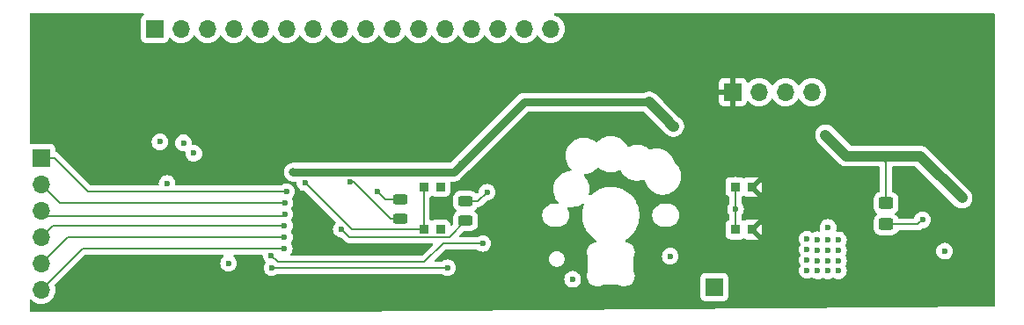
<source format=gtl>
G04 #@! TF.GenerationSoftware,KiCad,Pcbnew,8.0.1*
G04 #@! TF.CreationDate,2024-04-21T21:17:43-05:00*
G04 #@! TF.ProjectId,uC_test_PCB,75435f74-6573-4745-9f50-43422e6b6963,rev?*
G04 #@! TF.SameCoordinates,Original*
G04 #@! TF.FileFunction,Copper,L1,Top*
G04 #@! TF.FilePolarity,Positive*
%FSLAX46Y46*%
G04 Gerber Fmt 4.6, Leading zero omitted, Abs format (unit mm)*
G04 Created by KiCad (PCBNEW 8.0.1) date 2024-04-21 21:17:43*
%MOMM*%
%LPD*%
G01*
G04 APERTURE LIST*
G04 Aperture macros list*
%AMRoundRect*
0 Rectangle with rounded corners*
0 $1 Rounding radius*
0 $2 $3 $4 $5 $6 $7 $8 $9 X,Y pos of 4 corners*
0 Add a 4 corners polygon primitive as box body*
4,1,4,$2,$3,$4,$5,$6,$7,$8,$9,$2,$3,0*
0 Add four circle primitives for the rounded corners*
1,1,$1+$1,$2,$3*
1,1,$1+$1,$4,$5*
1,1,$1+$1,$6,$7*
1,1,$1+$1,$8,$9*
0 Add four rect primitives between the rounded corners*
20,1,$1+$1,$2,$3,$4,$5,0*
20,1,$1+$1,$4,$5,$6,$7,0*
20,1,$1+$1,$6,$7,$8,$9,0*
20,1,$1+$1,$8,$9,$2,$3,0*%
G04 Aperture macros list end*
G04 #@! TA.AperFunction,SMDPad,CuDef*
%ADD10RoundRect,0.243750X-0.456250X0.243750X-0.456250X-0.243750X0.456250X-0.243750X0.456250X0.243750X0*%
G04 #@! TD*
G04 #@! TA.AperFunction,ComponentPad*
%ADD11R,1.700000X1.700000*%
G04 #@! TD*
G04 #@! TA.AperFunction,ComponentPad*
%ADD12O,1.700000X1.700000*%
G04 #@! TD*
G04 #@! TA.AperFunction,SMDPad,CuDef*
%ADD13RoundRect,0.250000X0.450000X-0.325000X0.450000X0.325000X-0.450000X0.325000X-0.450000X-0.325000X0*%
G04 #@! TD*
G04 #@! TA.AperFunction,SMDPad,CuDef*
%ADD14R,0.900000X0.900000*%
G04 #@! TD*
G04 #@! TA.AperFunction,ViaPad*
%ADD15C,0.800100*%
G04 #@! TD*
G04 #@! TA.AperFunction,ViaPad*
%ADD16C,0.600000*%
G04 #@! TD*
G04 #@! TA.AperFunction,Conductor*
%ADD17C,0.150000*%
G04 #@! TD*
G04 #@! TA.AperFunction,Conductor*
%ADD18C,1.000000*%
G04 #@! TD*
G04 #@! TA.AperFunction,Conductor*
%ADD19C,0.800000*%
G04 #@! TD*
G04 #@! TA.AperFunction,Conductor*
%ADD20C,0.130000*%
G04 #@! TD*
G04 #@! TA.AperFunction,Conductor*
%ADD21C,0.200000*%
G04 #@! TD*
G04 APERTURE END LIST*
D10*
X139925531Y-116792268D03*
X139925531Y-118667268D03*
X146250131Y-116946968D03*
X146250131Y-118821968D03*
D11*
X105410000Y-112776000D03*
D12*
X105410000Y-115316000D03*
X105410000Y-117856000D03*
X105410000Y-120396000D03*
X105410000Y-122936000D03*
X105410000Y-125476000D03*
D11*
X171958000Y-106426000D03*
D12*
X174498000Y-106426000D03*
X177038000Y-106426000D03*
X179578000Y-106426000D03*
D13*
X186712331Y-119188868D03*
X186712331Y-117138868D03*
D11*
X170180000Y-125222000D03*
D14*
X173821731Y-119680468D03*
X173821731Y-115580468D03*
X172221731Y-119680468D03*
X172221731Y-115580468D03*
D11*
X116332000Y-100330000D03*
D12*
X118872000Y-100330000D03*
X121412000Y-100330000D03*
X123952000Y-100330000D03*
X126492000Y-100330000D03*
X129032000Y-100330000D03*
X131572000Y-100330000D03*
X134112000Y-100330000D03*
X136652000Y-100330000D03*
X139192000Y-100330000D03*
X141732000Y-100330000D03*
X144272000Y-100330000D03*
X146812000Y-100330000D03*
X149352000Y-100330000D03*
X151892000Y-100330000D03*
X154432000Y-100330000D03*
D14*
X143824331Y-119680468D03*
X143824331Y-115580468D03*
X142224331Y-119680468D03*
X142224331Y-115580468D03*
D15*
X129663931Y-114150668D03*
D16*
X123444000Y-122936000D03*
X128825731Y-120424468D03*
X117522731Y-115242868D03*
X127606531Y-123370868D03*
X190217531Y-118748068D03*
X128800331Y-121516668D03*
D15*
X180895731Y-110569268D03*
D16*
X128851131Y-117122468D03*
X192344800Y-121767600D03*
X135124931Y-115053868D03*
X165414431Y-108905568D03*
X148307531Y-116081068D03*
X144497531Y-123370868D03*
X184959731Y-112601268D03*
X128825731Y-119306868D03*
X163903131Y-107394268D03*
X137791931Y-116030268D03*
X164614331Y-108080068D03*
X134286731Y-119637068D03*
X130781531Y-115166668D03*
X128851131Y-118214668D03*
X166265331Y-109731068D03*
D15*
X145869131Y-113388668D03*
X194027531Y-116639868D03*
D16*
X172221731Y-117681268D03*
X129003531Y-116030268D03*
X147888181Y-121021118D03*
X165937231Y-122253268D03*
X127525082Y-122156918D03*
X116836931Y-111229668D03*
X156549731Y-124480268D03*
X182128731Y-120671318D03*
X181128731Y-120671318D03*
X180128731Y-123671318D03*
X181128731Y-122671318D03*
X182128731Y-121671318D03*
X180128731Y-121671318D03*
X179117731Y-123618268D03*
X180128731Y-122671318D03*
X181128731Y-123671318D03*
X182128731Y-123671318D03*
X179117731Y-122618268D03*
X179117731Y-120618268D03*
X180128731Y-120671318D03*
X181128731Y-119471418D03*
X181128731Y-121671318D03*
X119092631Y-111331268D03*
X120091631Y-112330268D03*
X179117731Y-121618268D03*
X182128731Y-122671318D03*
X116379731Y-112601268D03*
X177546000Y-116840000D03*
X119605531Y-109324668D03*
X114601731Y-110137468D03*
X114652531Y-110950268D03*
X173990000Y-117348000D03*
X118132331Y-112499668D03*
X115566931Y-112575868D03*
X176022000Y-118364000D03*
X114652531Y-111763068D03*
X114652531Y-112601268D03*
X164592000Y-122174000D03*
X119554731Y-108461068D03*
X117294131Y-112550468D03*
X183134000Y-118364000D03*
X119630931Y-110213668D03*
X114601731Y-109324668D03*
X114601731Y-108511868D03*
D17*
X186610731Y-113134668D02*
X186712331Y-113236268D01*
X128851131Y-118214668D02*
X128701799Y-118364000D01*
X128701799Y-118364000D02*
X105918000Y-118364000D01*
X139057331Y-118667268D02*
X135455131Y-115065068D01*
X139925531Y-118667268D02*
X139057331Y-118667268D01*
X142282832Y-122812068D02*
X144073782Y-121021118D01*
X128800331Y-121516668D02*
X109369332Y-121516668D01*
X109369332Y-121516668D02*
X105410000Y-125476000D01*
X144073782Y-121021118D02*
X147888181Y-121021118D01*
X172221731Y-117681268D02*
X172221731Y-119680468D01*
X106680000Y-112776000D02*
X105410000Y-112776000D01*
D18*
X185721731Y-112601268D02*
X186610731Y-112601268D01*
X189988931Y-112601268D02*
X194027531Y-116639868D01*
D17*
X135136131Y-115065068D02*
X135124931Y-115053868D01*
X127606531Y-123370868D02*
X144497531Y-123370868D01*
D18*
X180895731Y-110569268D02*
X182927731Y-112601268D01*
D19*
X145869131Y-113388668D02*
X151863531Y-107394268D01*
D17*
X135058331Y-120408668D02*
X134286731Y-119637068D01*
X128180231Y-122812068D02*
X142282832Y-122812068D01*
X128851131Y-117122468D02*
X107216468Y-117122468D01*
X107216468Y-117122468D02*
X105410000Y-115316000D01*
X128825731Y-119306868D02*
X106499132Y-119306868D01*
X129003531Y-116030268D02*
X109934268Y-116030268D01*
X186712331Y-119188868D02*
X189776731Y-119188868D01*
X186610731Y-112601268D02*
X186610731Y-113134668D01*
X147441631Y-116946968D02*
X148307531Y-116081068D01*
X127525082Y-122156918D02*
X128180231Y-122812068D01*
X139925531Y-116792268D02*
X138553931Y-116792268D01*
X138553931Y-116792268D02*
X137791931Y-116030268D01*
X189776731Y-119188868D02*
X190217531Y-118748068D01*
D20*
X142224331Y-115580468D02*
X142224331Y-119680468D01*
X135295331Y-119680468D02*
X130781531Y-115166668D01*
D17*
X128825731Y-120424468D02*
X107921532Y-120424468D01*
D18*
X166239931Y-109731068D02*
X166265331Y-109731068D01*
D19*
X151863531Y-107394268D02*
X163903131Y-107394268D01*
D21*
X172221731Y-117681268D02*
X172221731Y-115210068D01*
D17*
X186712331Y-113236268D02*
X186712331Y-117138868D01*
X146250131Y-118821968D02*
X144663431Y-120408668D01*
X144663431Y-120408668D02*
X135058331Y-120408668D01*
D19*
X129663931Y-114150668D02*
X145107131Y-114150668D01*
D20*
X142224331Y-119680468D02*
X135295331Y-119680468D01*
D17*
X146250131Y-116946968D02*
X147441631Y-116946968D01*
D18*
X182927731Y-112601268D02*
X185721731Y-112601268D01*
X165414431Y-108905568D02*
X166239931Y-109731068D01*
D19*
X145107131Y-114150668D02*
X145869131Y-113388668D01*
D18*
X163903131Y-107394268D02*
X165414431Y-108905568D01*
D17*
X105918000Y-118364000D02*
X105410000Y-117856000D01*
X135455131Y-115065068D02*
X135136131Y-115065068D01*
X109934268Y-116030268D02*
X106680000Y-112776000D01*
X107921532Y-120424468D02*
X105410000Y-122936000D01*
X106499132Y-119306868D02*
X105410000Y-120396000D01*
D18*
X186610731Y-112601268D02*
X189988931Y-112601268D01*
G04 #@! TA.AperFunction,Conductor*
G36*
X115256730Y-98818185D02*
G01*
X115302485Y-98870989D01*
X115312429Y-98940147D01*
X115283404Y-99003703D01*
X115246151Y-99029567D01*
X115247454Y-99031953D01*
X115239664Y-99036206D01*
X115124455Y-99122452D01*
X115124452Y-99122455D01*
X115038206Y-99237664D01*
X115038202Y-99237671D01*
X114987908Y-99372517D01*
X114981501Y-99432116D01*
X114981500Y-99432135D01*
X114981500Y-101227870D01*
X114981501Y-101227876D01*
X114987908Y-101287483D01*
X115038202Y-101422328D01*
X115038206Y-101422335D01*
X115124452Y-101537544D01*
X115124455Y-101537547D01*
X115239664Y-101623793D01*
X115239671Y-101623797D01*
X115374517Y-101674091D01*
X115374516Y-101674091D01*
X115381444Y-101674835D01*
X115434127Y-101680500D01*
X117229872Y-101680499D01*
X117289483Y-101674091D01*
X117424331Y-101623796D01*
X117539546Y-101537546D01*
X117625796Y-101422331D01*
X117674810Y-101290916D01*
X117716681Y-101234984D01*
X117782145Y-101210566D01*
X117850418Y-101225417D01*
X117878673Y-101246569D01*
X118000599Y-101368495D01*
X118097384Y-101436265D01*
X118194165Y-101504032D01*
X118194167Y-101504033D01*
X118194170Y-101504035D01*
X118408337Y-101603903D01*
X118636592Y-101665063D01*
X118813034Y-101680500D01*
X118871999Y-101685659D01*
X118872000Y-101685659D01*
X118872001Y-101685659D01*
X118930966Y-101680500D01*
X119107408Y-101665063D01*
X119335663Y-101603903D01*
X119549830Y-101504035D01*
X119743401Y-101368495D01*
X119910495Y-101201401D01*
X120040425Y-101015842D01*
X120095002Y-100972217D01*
X120164500Y-100965023D01*
X120226855Y-100996546D01*
X120243575Y-101015842D01*
X120373500Y-101201395D01*
X120373505Y-101201401D01*
X120540599Y-101368495D01*
X120637384Y-101436265D01*
X120734165Y-101504032D01*
X120734167Y-101504033D01*
X120734170Y-101504035D01*
X120948337Y-101603903D01*
X121176592Y-101665063D01*
X121353034Y-101680500D01*
X121411999Y-101685659D01*
X121412000Y-101685659D01*
X121412001Y-101685659D01*
X121470966Y-101680500D01*
X121647408Y-101665063D01*
X121875663Y-101603903D01*
X122089830Y-101504035D01*
X122283401Y-101368495D01*
X122450495Y-101201401D01*
X122580425Y-101015842D01*
X122635002Y-100972217D01*
X122704500Y-100965023D01*
X122766855Y-100996546D01*
X122783575Y-101015842D01*
X122913500Y-101201395D01*
X122913505Y-101201401D01*
X123080599Y-101368495D01*
X123177384Y-101436265D01*
X123274165Y-101504032D01*
X123274167Y-101504033D01*
X123274170Y-101504035D01*
X123488337Y-101603903D01*
X123716592Y-101665063D01*
X123893034Y-101680500D01*
X123951999Y-101685659D01*
X123952000Y-101685659D01*
X123952001Y-101685659D01*
X124010966Y-101680500D01*
X124187408Y-101665063D01*
X124415663Y-101603903D01*
X124629830Y-101504035D01*
X124823401Y-101368495D01*
X124990495Y-101201401D01*
X125120425Y-101015842D01*
X125175002Y-100972217D01*
X125244500Y-100965023D01*
X125306855Y-100996546D01*
X125323575Y-101015842D01*
X125453500Y-101201395D01*
X125453505Y-101201401D01*
X125620599Y-101368495D01*
X125717384Y-101436265D01*
X125814165Y-101504032D01*
X125814167Y-101504033D01*
X125814170Y-101504035D01*
X126028337Y-101603903D01*
X126256592Y-101665063D01*
X126433034Y-101680500D01*
X126491999Y-101685659D01*
X126492000Y-101685659D01*
X126492001Y-101685659D01*
X126550966Y-101680500D01*
X126727408Y-101665063D01*
X126955663Y-101603903D01*
X127169830Y-101504035D01*
X127363401Y-101368495D01*
X127530495Y-101201401D01*
X127660425Y-101015842D01*
X127715002Y-100972217D01*
X127784500Y-100965023D01*
X127846855Y-100996546D01*
X127863575Y-101015842D01*
X127993500Y-101201395D01*
X127993505Y-101201401D01*
X128160599Y-101368495D01*
X128257384Y-101436265D01*
X128354165Y-101504032D01*
X128354167Y-101504033D01*
X128354170Y-101504035D01*
X128568337Y-101603903D01*
X128796592Y-101665063D01*
X128973034Y-101680500D01*
X129031999Y-101685659D01*
X129032000Y-101685659D01*
X129032001Y-101685659D01*
X129090966Y-101680500D01*
X129267408Y-101665063D01*
X129495663Y-101603903D01*
X129709830Y-101504035D01*
X129903401Y-101368495D01*
X130070495Y-101201401D01*
X130200425Y-101015842D01*
X130255002Y-100972217D01*
X130324500Y-100965023D01*
X130386855Y-100996546D01*
X130403575Y-101015842D01*
X130533500Y-101201395D01*
X130533505Y-101201401D01*
X130700599Y-101368495D01*
X130797384Y-101436265D01*
X130894165Y-101504032D01*
X130894167Y-101504033D01*
X130894170Y-101504035D01*
X131108337Y-101603903D01*
X131336592Y-101665063D01*
X131513034Y-101680500D01*
X131571999Y-101685659D01*
X131572000Y-101685659D01*
X131572001Y-101685659D01*
X131630966Y-101680500D01*
X131807408Y-101665063D01*
X132035663Y-101603903D01*
X132249830Y-101504035D01*
X132443401Y-101368495D01*
X132610495Y-101201401D01*
X132740425Y-101015842D01*
X132795002Y-100972217D01*
X132864500Y-100965023D01*
X132926855Y-100996546D01*
X132943575Y-101015842D01*
X133073500Y-101201395D01*
X133073505Y-101201401D01*
X133240599Y-101368495D01*
X133337384Y-101436265D01*
X133434165Y-101504032D01*
X133434167Y-101504033D01*
X133434170Y-101504035D01*
X133648337Y-101603903D01*
X133876592Y-101665063D01*
X134053034Y-101680500D01*
X134111999Y-101685659D01*
X134112000Y-101685659D01*
X134112001Y-101685659D01*
X134170966Y-101680500D01*
X134347408Y-101665063D01*
X134575663Y-101603903D01*
X134789830Y-101504035D01*
X134983401Y-101368495D01*
X135150495Y-101201401D01*
X135280425Y-101015842D01*
X135335002Y-100972217D01*
X135404500Y-100965023D01*
X135466855Y-100996546D01*
X135483575Y-101015842D01*
X135613500Y-101201395D01*
X135613505Y-101201401D01*
X135780599Y-101368495D01*
X135877384Y-101436265D01*
X135974165Y-101504032D01*
X135974167Y-101504033D01*
X135974170Y-101504035D01*
X136188337Y-101603903D01*
X136416592Y-101665063D01*
X136593034Y-101680500D01*
X136651999Y-101685659D01*
X136652000Y-101685659D01*
X136652001Y-101685659D01*
X136710966Y-101680500D01*
X136887408Y-101665063D01*
X137115663Y-101603903D01*
X137329830Y-101504035D01*
X137523401Y-101368495D01*
X137690495Y-101201401D01*
X137820425Y-101015842D01*
X137875002Y-100972217D01*
X137944500Y-100965023D01*
X138006855Y-100996546D01*
X138023575Y-101015842D01*
X138153500Y-101201395D01*
X138153505Y-101201401D01*
X138320599Y-101368495D01*
X138417384Y-101436265D01*
X138514165Y-101504032D01*
X138514167Y-101504033D01*
X138514170Y-101504035D01*
X138728337Y-101603903D01*
X138956592Y-101665063D01*
X139133034Y-101680500D01*
X139191999Y-101685659D01*
X139192000Y-101685659D01*
X139192001Y-101685659D01*
X139250966Y-101680500D01*
X139427408Y-101665063D01*
X139655663Y-101603903D01*
X139869830Y-101504035D01*
X140063401Y-101368495D01*
X140230495Y-101201401D01*
X140360425Y-101015842D01*
X140415002Y-100972217D01*
X140484500Y-100965023D01*
X140546855Y-100996546D01*
X140563575Y-101015842D01*
X140693500Y-101201395D01*
X140693505Y-101201401D01*
X140860599Y-101368495D01*
X140957384Y-101436265D01*
X141054165Y-101504032D01*
X141054167Y-101504033D01*
X141054170Y-101504035D01*
X141268337Y-101603903D01*
X141496592Y-101665063D01*
X141673034Y-101680500D01*
X141731999Y-101685659D01*
X141732000Y-101685659D01*
X141732001Y-101685659D01*
X141790966Y-101680500D01*
X141967408Y-101665063D01*
X142195663Y-101603903D01*
X142409830Y-101504035D01*
X142603401Y-101368495D01*
X142770495Y-101201401D01*
X142900425Y-101015842D01*
X142955002Y-100972217D01*
X143024500Y-100965023D01*
X143086855Y-100996546D01*
X143103575Y-101015842D01*
X143233500Y-101201395D01*
X143233505Y-101201401D01*
X143400599Y-101368495D01*
X143497384Y-101436265D01*
X143594165Y-101504032D01*
X143594167Y-101504033D01*
X143594170Y-101504035D01*
X143808337Y-101603903D01*
X144036592Y-101665063D01*
X144213034Y-101680500D01*
X144271999Y-101685659D01*
X144272000Y-101685659D01*
X144272001Y-101685659D01*
X144330966Y-101680500D01*
X144507408Y-101665063D01*
X144735663Y-101603903D01*
X144949830Y-101504035D01*
X145143401Y-101368495D01*
X145310495Y-101201401D01*
X145440425Y-101015842D01*
X145495002Y-100972217D01*
X145564500Y-100965023D01*
X145626855Y-100996546D01*
X145643575Y-101015842D01*
X145773500Y-101201395D01*
X145773505Y-101201401D01*
X145940599Y-101368495D01*
X146037384Y-101436265D01*
X146134165Y-101504032D01*
X146134167Y-101504033D01*
X146134170Y-101504035D01*
X146348337Y-101603903D01*
X146576592Y-101665063D01*
X146753034Y-101680500D01*
X146811999Y-101685659D01*
X146812000Y-101685659D01*
X146812001Y-101685659D01*
X146870966Y-101680500D01*
X147047408Y-101665063D01*
X147275663Y-101603903D01*
X147489830Y-101504035D01*
X147683401Y-101368495D01*
X147850495Y-101201401D01*
X147980425Y-101015842D01*
X148035002Y-100972217D01*
X148104500Y-100965023D01*
X148166855Y-100996546D01*
X148183575Y-101015842D01*
X148313500Y-101201395D01*
X148313505Y-101201401D01*
X148480599Y-101368495D01*
X148577384Y-101436265D01*
X148674165Y-101504032D01*
X148674167Y-101504033D01*
X148674170Y-101504035D01*
X148888337Y-101603903D01*
X149116592Y-101665063D01*
X149293034Y-101680500D01*
X149351999Y-101685659D01*
X149352000Y-101685659D01*
X149352001Y-101685659D01*
X149410966Y-101680500D01*
X149587408Y-101665063D01*
X149815663Y-101603903D01*
X150029830Y-101504035D01*
X150223401Y-101368495D01*
X150390495Y-101201401D01*
X150520425Y-101015842D01*
X150575002Y-100972217D01*
X150644500Y-100965023D01*
X150706855Y-100996546D01*
X150723575Y-101015842D01*
X150853500Y-101201395D01*
X150853505Y-101201401D01*
X151020599Y-101368495D01*
X151117384Y-101436265D01*
X151214165Y-101504032D01*
X151214167Y-101504033D01*
X151214170Y-101504035D01*
X151428337Y-101603903D01*
X151656592Y-101665063D01*
X151833034Y-101680500D01*
X151891999Y-101685659D01*
X151892000Y-101685659D01*
X151892001Y-101685659D01*
X151950966Y-101680500D01*
X152127408Y-101665063D01*
X152355663Y-101603903D01*
X152569830Y-101504035D01*
X152763401Y-101368495D01*
X152930495Y-101201401D01*
X153060425Y-101015842D01*
X153115002Y-100972217D01*
X153184500Y-100965023D01*
X153246855Y-100996546D01*
X153263575Y-101015842D01*
X153393500Y-101201395D01*
X153393505Y-101201401D01*
X153560599Y-101368495D01*
X153657384Y-101436265D01*
X153754165Y-101504032D01*
X153754167Y-101504033D01*
X153754170Y-101504035D01*
X153968337Y-101603903D01*
X154196592Y-101665063D01*
X154373034Y-101680500D01*
X154431999Y-101685659D01*
X154432000Y-101685659D01*
X154432001Y-101685659D01*
X154490966Y-101680500D01*
X154667408Y-101665063D01*
X154895663Y-101603903D01*
X155109830Y-101504035D01*
X155303401Y-101368495D01*
X155470495Y-101201401D01*
X155606035Y-101007830D01*
X155705903Y-100793663D01*
X155767063Y-100565408D01*
X155787659Y-100330000D01*
X155767063Y-100094592D01*
X155705903Y-99866337D01*
X155606035Y-99652171D01*
X155600425Y-99644158D01*
X155470494Y-99458597D01*
X155303402Y-99291506D01*
X155303395Y-99291501D01*
X155109834Y-99155967D01*
X155109830Y-99155965D01*
X155109828Y-99155964D01*
X154895663Y-99056097D01*
X154895659Y-99056096D01*
X154895655Y-99056094D01*
X154844079Y-99042275D01*
X154784418Y-99005910D01*
X154753889Y-98943063D01*
X154762184Y-98873688D01*
X154806669Y-98819810D01*
X154873221Y-98798535D01*
X154876172Y-98798500D01*
X197038300Y-98798500D01*
X197105339Y-98818185D01*
X197151094Y-98870989D01*
X197162300Y-98922500D01*
X197162300Y-127008788D01*
X197142615Y-127075827D01*
X197089811Y-127121582D01*
X197039274Y-127132784D01*
X132737952Y-127638063D01*
X132736780Y-127638067D01*
X104408702Y-127592742D01*
X104341694Y-127572950D01*
X104296023Y-127520073D01*
X104284900Y-127468742D01*
X104284900Y-126560158D01*
X104304585Y-126493119D01*
X104357389Y-126447364D01*
X104426547Y-126437420D01*
X104490103Y-126466445D01*
X104496581Y-126472477D01*
X104538599Y-126514495D01*
X104612286Y-126566091D01*
X104732165Y-126650032D01*
X104732167Y-126650033D01*
X104732170Y-126650035D01*
X104946337Y-126749903D01*
X105174592Y-126811063D01*
X105362918Y-126827539D01*
X105409999Y-126831659D01*
X105410000Y-126831659D01*
X105410001Y-126831659D01*
X105449234Y-126828226D01*
X105645408Y-126811063D01*
X105873663Y-126749903D01*
X106087830Y-126650035D01*
X106281401Y-126514495D01*
X106448495Y-126347401D01*
X106584035Y-126153830D01*
X106599871Y-126119870D01*
X168829500Y-126119870D01*
X168829501Y-126119876D01*
X168835908Y-126179483D01*
X168886202Y-126314328D01*
X168886206Y-126314335D01*
X168972452Y-126429544D01*
X168972455Y-126429547D01*
X169087664Y-126515793D01*
X169087671Y-126515797D01*
X169222517Y-126566091D01*
X169222516Y-126566091D01*
X169229444Y-126566835D01*
X169282127Y-126572500D01*
X171077872Y-126572499D01*
X171137483Y-126566091D01*
X171272331Y-126515796D01*
X171387546Y-126429546D01*
X171473796Y-126314331D01*
X171524091Y-126179483D01*
X171530500Y-126119873D01*
X171530499Y-124324128D01*
X171524091Y-124264517D01*
X171484736Y-124159002D01*
X171473797Y-124129671D01*
X171473793Y-124129664D01*
X171387547Y-124014455D01*
X171387544Y-124014452D01*
X171272335Y-123928206D01*
X171272328Y-123928202D01*
X171137482Y-123877908D01*
X171137483Y-123877908D01*
X171077883Y-123871501D01*
X171077881Y-123871500D01*
X171077873Y-123871500D01*
X171077864Y-123871500D01*
X169282129Y-123871500D01*
X169282123Y-123871501D01*
X169222516Y-123877908D01*
X169087671Y-123928202D01*
X169087664Y-123928206D01*
X168972455Y-124014452D01*
X168972452Y-124014455D01*
X168886206Y-124129664D01*
X168886202Y-124129671D01*
X168835908Y-124264517D01*
X168829501Y-124324116D01*
X168829501Y-124324123D01*
X168829500Y-124324135D01*
X168829500Y-126119870D01*
X106599871Y-126119870D01*
X106683903Y-125939663D01*
X106745063Y-125711408D01*
X106765659Y-125476000D01*
X106745063Y-125240592D01*
X106703200Y-125084355D01*
X106704863Y-125014509D01*
X106735292Y-124964586D01*
X107219607Y-124480271D01*
X155744166Y-124480271D01*
X155764361Y-124659517D01*
X155764362Y-124659522D01*
X155823942Y-124829791D01*
X155898817Y-124948953D01*
X155919915Y-124982530D01*
X156047469Y-125110084D01*
X156200209Y-125206057D01*
X156298916Y-125240596D01*
X156370476Y-125265636D01*
X156370481Y-125265637D01*
X156549727Y-125285833D01*
X156549731Y-125285833D01*
X156549735Y-125285833D01*
X156728980Y-125265637D01*
X156728983Y-125265636D01*
X156728986Y-125265636D01*
X156899253Y-125206057D01*
X157051993Y-125110084D01*
X157179547Y-124982530D01*
X157275520Y-124829790D01*
X157335099Y-124659523D01*
X157335100Y-124659517D01*
X157355296Y-124480271D01*
X157355296Y-124480264D01*
X157335100Y-124301018D01*
X157335099Y-124301013D01*
X157316578Y-124248083D01*
X157275520Y-124130746D01*
X157274843Y-124129669D01*
X157202616Y-124014720D01*
X157179547Y-123978006D01*
X157051993Y-123850452D01*
X156983478Y-123807401D01*
X156899254Y-123754479D01*
X156728985Y-123694899D01*
X156728980Y-123694898D01*
X156549735Y-123674703D01*
X156549727Y-123674703D01*
X156370481Y-123694898D01*
X156370476Y-123694899D01*
X156200207Y-123754479D01*
X156047468Y-123850452D01*
X155919915Y-123978005D01*
X155823942Y-124130744D01*
X155764362Y-124301013D01*
X155764361Y-124301018D01*
X155744166Y-124480264D01*
X155744166Y-124480271D01*
X107219607Y-124480271D01*
X109571393Y-122128487D01*
X109632716Y-122095002D01*
X109659074Y-122092168D01*
X122856392Y-122092168D01*
X122923431Y-122111853D01*
X122969186Y-122164657D01*
X122979130Y-122233815D01*
X122950105Y-122297371D01*
X122944073Y-122303849D01*
X122814184Y-122433737D01*
X122718211Y-122586476D01*
X122658631Y-122756745D01*
X122658630Y-122756750D01*
X122638435Y-122935996D01*
X122638435Y-122936003D01*
X122658630Y-123115249D01*
X122658631Y-123115254D01*
X122718211Y-123285523D01*
X122771839Y-123370871D01*
X122814184Y-123438262D01*
X122941738Y-123565816D01*
X123094478Y-123661789D01*
X123157142Y-123683716D01*
X123264745Y-123721368D01*
X123264750Y-123721369D01*
X123443996Y-123741565D01*
X123444000Y-123741565D01*
X123444004Y-123741565D01*
X123623249Y-123721369D01*
X123623252Y-123721368D01*
X123623255Y-123721368D01*
X123793522Y-123661789D01*
X123946262Y-123565816D01*
X124073816Y-123438262D01*
X124169789Y-123285522D01*
X124229368Y-123115255D01*
X124231586Y-123095569D01*
X124249565Y-122936003D01*
X124249565Y-122935996D01*
X124229369Y-122756750D01*
X124229368Y-122756745D01*
X124217518Y-122722879D01*
X124169789Y-122586478D01*
X124169174Y-122585500D01*
X124111297Y-122493389D01*
X124073816Y-122433738D01*
X123946262Y-122306184D01*
X123943927Y-122303849D01*
X123910442Y-122242526D01*
X123915426Y-122172834D01*
X123957298Y-122116901D01*
X124022762Y-122092484D01*
X124031608Y-122092168D01*
X126601408Y-122092168D01*
X126668447Y-122111853D01*
X126714202Y-122164657D01*
X126724628Y-122202285D01*
X126739712Y-122336167D01*
X126739713Y-122336172D01*
X126799293Y-122506441D01*
X126848968Y-122585498D01*
X126895266Y-122659180D01*
X126936676Y-122700590D01*
X126956175Y-122720089D01*
X126989659Y-122781413D01*
X126984674Y-122851104D01*
X126973487Y-122873742D01*
X126880742Y-123021344D01*
X126821162Y-123191613D01*
X126821161Y-123191618D01*
X126800966Y-123370864D01*
X126800966Y-123370871D01*
X126821161Y-123550117D01*
X126821162Y-123550122D01*
X126880742Y-123720391D01*
X126962465Y-123850452D01*
X126976715Y-123873130D01*
X127104269Y-124000684D01*
X127126682Y-124014767D01*
X127250784Y-124092746D01*
X127257009Y-124096657D01*
X127351338Y-124129664D01*
X127427276Y-124156236D01*
X127427281Y-124156237D01*
X127606527Y-124176433D01*
X127606531Y-124176433D01*
X127606535Y-124176433D01*
X127785780Y-124156237D01*
X127785783Y-124156236D01*
X127785786Y-124156236D01*
X127956053Y-124096657D01*
X128108793Y-124000684D01*
X128126790Y-123982687D01*
X128188113Y-123949202D01*
X128214471Y-123946368D01*
X143889591Y-123946368D01*
X143956630Y-123966053D01*
X143977272Y-123982687D01*
X143995269Y-124000684D01*
X144017682Y-124014767D01*
X144141784Y-124092746D01*
X144148009Y-124096657D01*
X144242338Y-124129664D01*
X144318276Y-124156236D01*
X144318281Y-124156237D01*
X144497527Y-124176433D01*
X144497531Y-124176433D01*
X144497535Y-124176433D01*
X144676780Y-124156237D01*
X144676783Y-124156236D01*
X144676786Y-124156236D01*
X144847053Y-124096657D01*
X144999793Y-124000684D01*
X145127347Y-123873130D01*
X145223320Y-123720390D01*
X145282899Y-123550123D01*
X145289441Y-123492063D01*
X145303096Y-123370871D01*
X145303096Y-123370864D01*
X145282900Y-123191618D01*
X145282899Y-123191613D01*
X145256178Y-123115249D01*
X145223320Y-123021346D01*
X145223003Y-123020842D01*
X145136444Y-122883084D01*
X145127347Y-122868606D01*
X144999793Y-122741052D01*
X144988271Y-122733812D01*
X144847054Y-122645079D01*
X144688868Y-122589727D01*
X154260681Y-122589727D01*
X154289339Y-122733802D01*
X154289342Y-122733812D01*
X154345559Y-122869534D01*
X154345564Y-122869543D01*
X154427179Y-122991687D01*
X154427182Y-122991691D01*
X154531057Y-123095566D01*
X154531061Y-123095569D01*
X154653205Y-123177184D01*
X154653214Y-123177189D01*
X154678281Y-123187572D01*
X154788939Y-123233408D01*
X154933021Y-123262067D01*
X154933025Y-123262068D01*
X154933026Y-123262068D01*
X155079937Y-123262068D01*
X155079938Y-123262067D01*
X155224023Y-123233408D01*
X155359750Y-123177188D01*
X155481901Y-123095569D01*
X155585782Y-122991688D01*
X155667401Y-122869537D01*
X155723621Y-122733810D01*
X155752281Y-122589723D01*
X155752281Y-122442813D01*
X155723621Y-122298726D01*
X155668088Y-122164657D01*
X155667402Y-122163001D01*
X155667397Y-122162992D01*
X155585782Y-122040848D01*
X155585779Y-122040844D01*
X155481904Y-121936969D01*
X155481900Y-121936966D01*
X155359756Y-121855351D01*
X155359747Y-121855346D01*
X155224025Y-121799129D01*
X155224026Y-121799129D01*
X155224023Y-121799128D01*
X155224019Y-121799127D01*
X155224015Y-121799126D01*
X155079940Y-121770468D01*
X155079936Y-121770468D01*
X154933026Y-121770468D01*
X154933021Y-121770468D01*
X154788946Y-121799126D01*
X154788936Y-121799129D01*
X154653214Y-121855346D01*
X154653205Y-121855351D01*
X154531061Y-121936966D01*
X154531057Y-121936969D01*
X154427182Y-122040844D01*
X154427179Y-122040848D01*
X154345564Y-122162992D01*
X154345559Y-122163001D01*
X154289342Y-122298723D01*
X154289339Y-122298733D01*
X154260681Y-122442808D01*
X154260681Y-122589727D01*
X144688868Y-122589727D01*
X144676785Y-122585499D01*
X144676780Y-122585498D01*
X144497535Y-122565303D01*
X144497527Y-122565303D01*
X144318281Y-122585498D01*
X144318276Y-122585499D01*
X144148007Y-122645079D01*
X143995268Y-122741052D01*
X143977272Y-122759049D01*
X143915949Y-122792534D01*
X143889591Y-122795368D01*
X143412774Y-122795368D01*
X143345735Y-122775683D01*
X143299980Y-122722879D01*
X143290036Y-122653721D01*
X143319061Y-122590165D01*
X143325093Y-122583687D01*
X144275843Y-121632937D01*
X144337166Y-121599452D01*
X144363524Y-121596618D01*
X147280241Y-121596618D01*
X147347280Y-121616303D01*
X147367922Y-121632937D01*
X147385919Y-121650934D01*
X147538659Y-121746907D01*
X147683294Y-121797517D01*
X147708926Y-121806486D01*
X147708931Y-121806487D01*
X147888177Y-121826683D01*
X147888181Y-121826683D01*
X147888185Y-121826683D01*
X148067430Y-121806487D01*
X148067433Y-121806486D01*
X148067436Y-121806486D01*
X148237703Y-121746907D01*
X148390443Y-121650934D01*
X148517997Y-121523380D01*
X148613970Y-121370640D01*
X148673549Y-121200373D01*
X148679933Y-121143716D01*
X148693746Y-121021121D01*
X148693746Y-121021114D01*
X148673550Y-120841868D01*
X148673549Y-120841863D01*
X148613969Y-120671594D01*
X148536925Y-120548980D01*
X148517997Y-120518856D01*
X148390443Y-120391302D01*
X148345173Y-120362857D01*
X148237704Y-120295329D01*
X148067435Y-120235749D01*
X148067430Y-120235748D01*
X147888185Y-120215553D01*
X147888177Y-120215553D01*
X147708931Y-120235748D01*
X147708926Y-120235749D01*
X147538657Y-120295329D01*
X147385918Y-120391302D01*
X147367922Y-120409299D01*
X147306599Y-120442784D01*
X147280241Y-120445618D01*
X145739723Y-120445618D01*
X145672684Y-120425933D01*
X145626929Y-120373129D01*
X145616985Y-120303971D01*
X145646010Y-120240415D01*
X145652042Y-120233937D01*
X146039692Y-119846287D01*
X146101015Y-119812802D01*
X146127373Y-119809968D01*
X146755974Y-119809968D01*
X146755979Y-119809968D01*
X146857906Y-119799555D01*
X147023056Y-119744830D01*
X147171134Y-119653494D01*
X147294157Y-119530471D01*
X147385493Y-119382393D01*
X147440218Y-119217243D01*
X147450631Y-119115316D01*
X147450631Y-118528620D01*
X147440218Y-118426693D01*
X147432352Y-118402955D01*
X153625081Y-118402955D01*
X153652201Y-118574181D01*
X153705771Y-118739056D01*
X153705772Y-118739059D01*
X153763562Y-118852477D01*
X153784479Y-118893528D01*
X153886380Y-119033782D01*
X154008967Y-119156369D01*
X154149221Y-119258270D01*
X154224983Y-119296872D01*
X154303689Y-119336976D01*
X154303692Y-119336977D01*
X154366872Y-119357505D01*
X154468569Y-119390548D01*
X154547872Y-119403108D01*
X154639794Y-119417668D01*
X154639799Y-119417668D01*
X154813162Y-119417668D01*
X154813163Y-119417668D01*
X154917086Y-119401208D01*
X154955876Y-119401208D01*
X155059799Y-119417668D01*
X155059800Y-119417668D01*
X155233168Y-119417668D01*
X155316176Y-119404520D01*
X155404393Y-119390548D01*
X155569272Y-119336976D01*
X155723741Y-119258270D01*
X155863995Y-119156369D01*
X155986582Y-119033782D01*
X156088483Y-118893528D01*
X156167189Y-118739059D01*
X156220761Y-118574180D01*
X156244121Y-118426691D01*
X156247881Y-118402955D01*
X156247881Y-118229580D01*
X156232103Y-118129970D01*
X156220761Y-118058356D01*
X156188402Y-117958764D01*
X156167190Y-117893479D01*
X156167189Y-117893476D01*
X156088482Y-117739006D01*
X156074975Y-117720417D01*
X156065060Y-117706770D01*
X156041580Y-117640965D01*
X156057405Y-117572910D01*
X156107510Y-117524215D01*
X156175988Y-117510339D01*
X156181549Y-117510943D01*
X156269086Y-117522468D01*
X156299703Y-117526499D01*
X156301747Y-117526768D01*
X156301754Y-117526768D01*
X156531208Y-117526768D01*
X156531215Y-117526768D01*
X156758719Y-117496816D01*
X156980368Y-117437426D01*
X157192369Y-117349612D01*
X157391093Y-117234879D01*
X157471031Y-117173539D01*
X157536200Y-117148345D01*
X157604645Y-117162383D01*
X157654635Y-117211197D01*
X157670299Y-117279288D01*
X157663559Y-117312870D01*
X157579316Y-117553620D01*
X157579312Y-117553632D01*
X157510570Y-117854812D01*
X157510567Y-117854830D01*
X157475981Y-118161796D01*
X157475981Y-118470739D01*
X157510567Y-118777705D01*
X157510570Y-118777723D01*
X157579312Y-119078903D01*
X157579316Y-119078915D01*
X157681343Y-119370490D01*
X157681349Y-119370504D01*
X157815384Y-119648830D01*
X157851825Y-119706826D01*
X157979746Y-119910411D01*
X158172361Y-120151942D01*
X158390807Y-120370388D01*
X158632338Y-120563003D01*
X158796712Y-120666286D01*
X158796827Y-120666358D01*
X158843118Y-120718693D01*
X158853766Y-120787746D01*
X158825391Y-120851594D01*
X158767002Y-120889967D01*
X158755404Y-120892897D01*
X158686712Y-120906768D01*
X158640005Y-120916200D01*
X158640003Y-120916201D01*
X158470530Y-120984139D01*
X158316155Y-121081633D01*
X158316153Y-121081635D01*
X158182043Y-121205399D01*
X158181971Y-121205465D01*
X158072424Y-121351535D01*
X157991127Y-121515015D01*
X157940763Y-121690526D01*
X157940763Y-121690527D01*
X157923002Y-121872244D01*
X157938426Y-122054175D01*
X157938428Y-122054182D01*
X157986526Y-122230306D01*
X157986531Y-122230319D01*
X157993788Y-122245443D01*
X157994495Y-122247198D01*
X157997512Y-122253459D01*
X157997513Y-122253462D01*
X158013681Y-122287013D01*
X158025974Y-122340871D01*
X158025963Y-122386208D01*
X158025982Y-122386495D01*
X158025982Y-123689709D01*
X158013717Y-123743480D01*
X157994332Y-123783759D01*
X157993716Y-123785290D01*
X157986571Y-123800178D01*
X157986570Y-123800182D01*
X157938446Y-123976324D01*
X157923003Y-124158270D01*
X157923003Y-124158276D01*
X157933530Y-124266055D01*
X157940752Y-124340005D01*
X157941915Y-124344058D01*
X157991106Y-124515522D01*
X158072400Y-124679025D01*
X158103707Y-124720772D01*
X158181953Y-124825112D01*
X158316140Y-124948953D01*
X158470527Y-125046456D01*
X158640014Y-125114400D01*
X158795562Y-125145807D01*
X158818995Y-125150539D01*
X158818996Y-125150539D01*
X158819001Y-125150540D01*
X159001573Y-125153682D01*
X159181697Y-125123722D01*
X159353422Y-125061650D01*
X159367768Y-125053289D01*
X159369159Y-125052596D01*
X159375456Y-125048914D01*
X159375459Y-125048914D01*
X159403157Y-125032723D01*
X159465764Y-125015775D01*
X159497792Y-125015784D01*
X159497795Y-125015783D01*
X159505681Y-125015785D01*
X159505974Y-125015767D01*
X160947011Y-125015767D01*
X160947165Y-125015776D01*
X160955104Y-125015775D01*
X160955108Y-125015776D01*
X160987071Y-125015771D01*
X161049507Y-125032627D01*
X161099535Y-125061773D01*
X161271270Y-125123830D01*
X161451401Y-125153775D01*
X161451405Y-125153774D01*
X161451406Y-125153775D01*
X161516606Y-125152647D01*
X161633977Y-125150619D01*
X161812966Y-125114467D01*
X161982454Y-125046512D01*
X162136841Y-124949001D01*
X162271027Y-124825154D01*
X162380578Y-124679063D01*
X162461874Y-124515555D01*
X162512231Y-124340033D01*
X162529984Y-124158294D01*
X162514546Y-123976345D01*
X162514540Y-123976324D01*
X162466431Y-123800203D01*
X162466426Y-123800189D01*
X162459189Y-123785111D01*
X162458603Y-123783656D01*
X162439266Y-123743504D01*
X162426985Y-123689679D01*
X162426992Y-123652308D01*
X162426990Y-123652302D01*
X162426992Y-123644335D01*
X162426980Y-123644135D01*
X162426980Y-123618271D01*
X178312166Y-123618271D01*
X178332361Y-123797517D01*
X178332362Y-123797522D01*
X178391942Y-123967791D01*
X178481321Y-124110035D01*
X178487915Y-124120530D01*
X178615469Y-124248084D01*
X178641622Y-124264517D01*
X178768132Y-124344009D01*
X178768209Y-124344057D01*
X178904768Y-124391841D01*
X178938476Y-124403636D01*
X178938481Y-124403637D01*
X179117727Y-124423833D01*
X179117731Y-124423833D01*
X179117735Y-124423833D01*
X179296980Y-124403637D01*
X179296982Y-124403636D01*
X179296986Y-124403636D01*
X179296989Y-124403634D01*
X179296993Y-124403634D01*
X179467250Y-124344058D01*
X179467249Y-124344058D01*
X179467253Y-124344057D01*
X179515045Y-124314026D01*
X179582277Y-124295026D01*
X179646986Y-124314025D01*
X179779209Y-124397107D01*
X179894660Y-124437505D01*
X179949476Y-124456686D01*
X179949481Y-124456687D01*
X180128727Y-124476883D01*
X180128731Y-124476883D01*
X180128735Y-124476883D01*
X180307980Y-124456687D01*
X180307983Y-124456686D01*
X180307986Y-124456686D01*
X180478253Y-124397107D01*
X180562682Y-124344057D01*
X180562758Y-124344009D01*
X180629995Y-124325008D01*
X180694704Y-124344009D01*
X180779206Y-124397106D01*
X180949476Y-124456686D01*
X180949481Y-124456687D01*
X181128727Y-124476883D01*
X181128731Y-124476883D01*
X181128735Y-124476883D01*
X181307980Y-124456687D01*
X181307983Y-124456686D01*
X181307986Y-124456686D01*
X181478253Y-124397107D01*
X181562682Y-124344057D01*
X181562758Y-124344009D01*
X181629995Y-124325008D01*
X181694704Y-124344009D01*
X181779206Y-124397106D01*
X181949476Y-124456686D01*
X181949481Y-124456687D01*
X182128727Y-124476883D01*
X182128731Y-124476883D01*
X182128735Y-124476883D01*
X182307980Y-124456687D01*
X182307983Y-124456686D01*
X182307986Y-124456686D01*
X182478253Y-124397107D01*
X182630993Y-124301134D01*
X182758547Y-124173580D01*
X182854520Y-124020840D01*
X182914099Y-123850573D01*
X182914113Y-123850452D01*
X182934296Y-123671321D01*
X182934296Y-123671314D01*
X182914100Y-123492068D01*
X182914099Y-123492063D01*
X182854519Y-123321793D01*
X182801422Y-123237291D01*
X182782421Y-123170054D01*
X182801422Y-123105345D01*
X182854519Y-123020842D01*
X182860907Y-123002587D01*
X182914099Y-122850573D01*
X182919737Y-122800535D01*
X182934296Y-122671321D01*
X182934296Y-122671314D01*
X182914100Y-122492068D01*
X182914099Y-122492063D01*
X182854519Y-122321793D01*
X182801422Y-122237291D01*
X182782421Y-122170054D01*
X182801422Y-122105345D01*
X182854519Y-122020842D01*
X182856293Y-122015773D01*
X182914099Y-121850573D01*
X182916791Y-121826683D01*
X182923448Y-121767603D01*
X191539235Y-121767603D01*
X191559430Y-121946849D01*
X191559431Y-121946854D01*
X191619011Y-122117123D01*
X191700313Y-122246513D01*
X191714984Y-122269862D01*
X191842538Y-122397416D01*
X191908739Y-122439013D01*
X191993175Y-122492068D01*
X191995278Y-122493389D01*
X192140942Y-122544359D01*
X192165545Y-122552968D01*
X192165550Y-122552969D01*
X192344796Y-122573165D01*
X192344800Y-122573165D01*
X192344804Y-122573165D01*
X192524049Y-122552969D01*
X192524052Y-122552968D01*
X192524055Y-122552968D01*
X192694322Y-122493389D01*
X192847062Y-122397416D01*
X192974616Y-122269862D01*
X193070589Y-122117122D01*
X193130168Y-121946855D01*
X193130261Y-121946032D01*
X193150365Y-121767603D01*
X193150365Y-121767596D01*
X193130169Y-121588350D01*
X193130168Y-121588345D01*
X193077914Y-121439013D01*
X193070589Y-121418078D01*
X192974616Y-121265338D01*
X192847062Y-121137784D01*
X192694323Y-121041811D01*
X192524054Y-120982231D01*
X192524049Y-120982230D01*
X192344804Y-120962035D01*
X192344796Y-120962035D01*
X192165550Y-120982230D01*
X192165545Y-120982231D01*
X191995276Y-121041811D01*
X191842537Y-121137784D01*
X191714984Y-121265337D01*
X191619011Y-121418076D01*
X191559431Y-121588345D01*
X191559430Y-121588350D01*
X191539235Y-121767596D01*
X191539235Y-121767603D01*
X182923448Y-121767603D01*
X182934296Y-121671321D01*
X182934296Y-121671314D01*
X182914100Y-121492068D01*
X182914099Y-121492063D01*
X182854519Y-121321793D01*
X182801422Y-121237291D01*
X182782421Y-121170054D01*
X182801422Y-121105345D01*
X182854519Y-121020842D01*
X182854935Y-121019653D01*
X182914099Y-120850573D01*
X182915080Y-120841868D01*
X182934296Y-120671321D01*
X182934296Y-120671314D01*
X182914100Y-120492068D01*
X182914099Y-120492063D01*
X182897847Y-120445618D01*
X182854520Y-120321796D01*
X182758547Y-120169056D01*
X182630993Y-120041502D01*
X182602391Y-120023530D01*
X182478254Y-119945529D01*
X182307985Y-119885949D01*
X182307980Y-119885948D01*
X182128735Y-119865753D01*
X182128727Y-119865753D01*
X182023045Y-119877660D01*
X181954223Y-119865605D01*
X181902844Y-119818256D01*
X181885220Y-119750646D01*
X181892121Y-119713485D01*
X181914097Y-119650680D01*
X181914100Y-119650667D01*
X181934296Y-119471421D01*
X181934296Y-119471414D01*
X181914100Y-119292168D01*
X181914099Y-119292163D01*
X181875758Y-119182591D01*
X181854520Y-119121896D01*
X181849968Y-119114652D01*
X181799481Y-119034302D01*
X181758547Y-118969156D01*
X181630993Y-118841602D01*
X181622173Y-118836060D01*
X181478254Y-118745629D01*
X181307985Y-118686049D01*
X181307980Y-118686048D01*
X181128735Y-118665853D01*
X181128727Y-118665853D01*
X180949481Y-118686048D01*
X180949476Y-118686049D01*
X180779207Y-118745629D01*
X180626468Y-118841602D01*
X180498915Y-118969155D01*
X180402942Y-119121894D01*
X180343362Y-119292163D01*
X180343361Y-119292168D01*
X180323166Y-119471414D01*
X180323166Y-119471421D01*
X180343361Y-119650667D01*
X180343364Y-119650680D01*
X180365341Y-119713485D01*
X180368903Y-119783264D01*
X180334175Y-119843891D01*
X180272181Y-119876119D01*
X180234417Y-119877660D01*
X180128735Y-119865753D01*
X180128727Y-119865753D01*
X179949481Y-119885948D01*
X179949476Y-119885949D01*
X179779208Y-119945529D01*
X179731415Y-119975559D01*
X179664178Y-119994558D01*
X179599472Y-119975558D01*
X179467254Y-119892479D01*
X179296985Y-119832899D01*
X179296980Y-119832898D01*
X179117735Y-119812703D01*
X179117727Y-119812703D01*
X178938481Y-119832898D01*
X178938476Y-119832899D01*
X178768207Y-119892479D01*
X178615468Y-119988452D01*
X178487915Y-120116005D01*
X178391942Y-120268744D01*
X178332362Y-120439013D01*
X178332361Y-120439018D01*
X178312166Y-120618264D01*
X178312166Y-120618271D01*
X178332361Y-120797517D01*
X178332364Y-120797530D01*
X178391940Y-120967788D01*
X178445040Y-121052297D01*
X178464040Y-121119534D01*
X178445040Y-121184239D01*
X178391940Y-121268747D01*
X178332364Y-121439005D01*
X178332361Y-121439018D01*
X178312166Y-121618264D01*
X178312166Y-121618271D01*
X178332361Y-121797517D01*
X178332364Y-121797530D01*
X178391940Y-121967788D01*
X178445040Y-122052297D01*
X178464040Y-122119534D01*
X178445040Y-122184239D01*
X178391940Y-122268747D01*
X178332364Y-122439005D01*
X178332361Y-122439018D01*
X178312166Y-122618264D01*
X178312166Y-122618271D01*
X178332361Y-122797517D01*
X178332364Y-122797530D01*
X178391940Y-122967788D01*
X178445040Y-123052297D01*
X178464040Y-123119534D01*
X178445040Y-123184239D01*
X178391940Y-123268747D01*
X178332364Y-123439005D01*
X178332361Y-123439018D01*
X178312166Y-123618264D01*
X178312166Y-123618271D01*
X162426980Y-123618271D01*
X162426980Y-122340823D01*
X162439244Y-122287054D01*
X162447517Y-122269862D01*
X162455501Y-122253271D01*
X165131666Y-122253271D01*
X165151861Y-122432517D01*
X165151862Y-122432522D01*
X165211442Y-122602791D01*
X165285146Y-122720089D01*
X165307415Y-122755530D01*
X165434969Y-122883084D01*
X165519178Y-122935996D01*
X165569777Y-122967790D01*
X165587709Y-122979057D01*
X165708564Y-123021346D01*
X165757976Y-123038636D01*
X165757981Y-123038637D01*
X165937227Y-123058833D01*
X165937231Y-123058833D01*
X165937235Y-123058833D01*
X166116480Y-123038637D01*
X166116483Y-123038636D01*
X166116486Y-123038636D01*
X166286753Y-122979057D01*
X166439493Y-122883084D01*
X166567047Y-122755530D01*
X166663020Y-122602790D01*
X166722599Y-122432523D01*
X166727785Y-122386495D01*
X166742796Y-122253271D01*
X166742796Y-122253264D01*
X166722600Y-122074018D01*
X166722599Y-122074013D01*
X166702195Y-122015703D01*
X166663020Y-121903746D01*
X166632609Y-121855348D01*
X166596280Y-121797530D01*
X166567047Y-121751006D01*
X166439493Y-121623452D01*
X166432411Y-121619002D01*
X166286754Y-121527479D01*
X166116485Y-121467899D01*
X166116480Y-121467898D01*
X165937235Y-121447703D01*
X165937227Y-121447703D01*
X165757981Y-121467898D01*
X165757976Y-121467899D01*
X165587707Y-121527479D01*
X165434968Y-121623452D01*
X165307415Y-121751005D01*
X165211442Y-121903744D01*
X165151862Y-122074013D01*
X165151861Y-122074018D01*
X165131666Y-122253264D01*
X165131666Y-122253271D01*
X162455501Y-122253271D01*
X162455534Y-122253203D01*
X162455534Y-122253199D01*
X162458729Y-122246561D01*
X162459234Y-122245304D01*
X162466391Y-122230397D01*
X162514532Y-122054246D01*
X162529988Y-121872290D01*
X162512248Y-121690542D01*
X162464298Y-121523380D01*
X162461899Y-121515016D01*
X162461896Y-121515008D01*
X162421865Y-121434493D01*
X162380600Y-121351494D01*
X162271043Y-121205397D01*
X162136848Y-121081549D01*
X162136847Y-121081548D01*
X162136844Y-121081546D01*
X161982455Y-120984046D01*
X161982445Y-120984040D01*
X161812949Y-120916097D01*
X161697682Y-120892828D01*
X161635864Y-120860266D01*
X161601463Y-120799452D01*
X161605401Y-120729694D01*
X161646429Y-120673139D01*
X161656242Y-120666290D01*
X161820624Y-120563003D01*
X162062155Y-120370388D01*
X162254205Y-120178338D01*
X171271231Y-120178338D01*
X171271232Y-120178344D01*
X171277639Y-120237951D01*
X171327933Y-120372796D01*
X171327937Y-120372803D01*
X171414183Y-120488012D01*
X171414186Y-120488015D01*
X171529395Y-120574261D01*
X171529402Y-120574265D01*
X171664248Y-120624559D01*
X171664247Y-120624559D01*
X171671175Y-120625303D01*
X171723858Y-120630968D01*
X172719603Y-120630967D01*
X172779214Y-120624559D01*
X172804334Y-120615190D01*
X172914060Y-120574265D01*
X172914060Y-120574264D01*
X172914062Y-120574264D01*
X172947837Y-120548979D01*
X173013297Y-120524562D01*
X173081571Y-120539412D01*
X173096459Y-120548980D01*
X173129641Y-120573820D01*
X173129644Y-120573822D01*
X173264351Y-120624064D01*
X173264358Y-120624066D01*
X173323886Y-120630467D01*
X173323903Y-120630468D01*
X174319559Y-120630468D01*
X174319575Y-120630467D01*
X174379103Y-120624066D01*
X174379109Y-120624065D01*
X174402899Y-120615191D01*
X174402899Y-120615190D01*
X173555858Y-119768149D01*
X173522373Y-119706826D01*
X173524258Y-119680468D01*
X174175284Y-119680468D01*
X174756453Y-120261636D01*
X174756454Y-120261636D01*
X174765328Y-120237846D01*
X174765329Y-120237840D01*
X174771730Y-120178312D01*
X174771731Y-120178295D01*
X174771731Y-119182640D01*
X174771730Y-119182623D01*
X174765329Y-119123092D01*
X174756453Y-119099297D01*
X174175284Y-119680467D01*
X174175284Y-119680468D01*
X173524258Y-119680468D01*
X173527357Y-119637134D01*
X173555858Y-119592787D01*
X173821731Y-119326915D01*
X174402900Y-118745744D01*
X174402899Y-118745743D01*
X174379113Y-118736871D01*
X174379103Y-118736869D01*
X174319575Y-118730468D01*
X173323886Y-118730468D01*
X173264358Y-118736869D01*
X173264351Y-118736871D01*
X173129644Y-118787113D01*
X173129637Y-118787117D01*
X173096457Y-118811956D01*
X173030993Y-118836373D01*
X172962720Y-118821521D01*
X172947837Y-118811956D01*
X172914062Y-118786672D01*
X172895410Y-118779715D01*
X172877895Y-118773182D01*
X172821962Y-118731309D01*
X172797547Y-118665844D01*
X172797231Y-118657001D01*
X172797231Y-118289208D01*
X172816916Y-118222169D01*
X172833550Y-118201527D01*
X172851547Y-118183530D01*
X172947520Y-118030790D01*
X173007099Y-117860523D01*
X173007100Y-117860517D01*
X173027296Y-117681271D01*
X173027296Y-117681264D01*
X173007100Y-117502018D01*
X173007099Y-117502013D01*
X172977353Y-117417004D01*
X172947520Y-117331746D01*
X172935659Y-117312870D01*
X172890075Y-117240323D01*
X172851547Y-117179006D01*
X172851545Y-117179004D01*
X172851544Y-117179002D01*
X172849281Y-117176164D01*
X172848390Y-117173983D01*
X172847842Y-117173110D01*
X172847995Y-117173013D01*
X172822875Y-117111477D01*
X172822231Y-117098855D01*
X172822231Y-116594610D01*
X172841916Y-116527571D01*
X172894720Y-116481816D01*
X172902900Y-116478427D01*
X172914062Y-116474264D01*
X172947837Y-116448979D01*
X173013297Y-116424562D01*
X173081571Y-116439412D01*
X173096459Y-116448980D01*
X173129641Y-116473820D01*
X173129644Y-116473822D01*
X173264351Y-116524064D01*
X173264358Y-116524066D01*
X173323886Y-116530467D01*
X173323903Y-116530468D01*
X174319559Y-116530468D01*
X174319575Y-116530467D01*
X174379103Y-116524066D01*
X174379109Y-116524065D01*
X174402899Y-116515191D01*
X174402899Y-116515190D01*
X173555858Y-115668149D01*
X173522373Y-115606826D01*
X173524258Y-115580468D01*
X174175284Y-115580468D01*
X174756453Y-116161636D01*
X174756454Y-116161636D01*
X174765328Y-116137846D01*
X174765329Y-116137840D01*
X174771730Y-116078312D01*
X174771731Y-116078295D01*
X174771731Y-115082640D01*
X174771730Y-115082623D01*
X174765329Y-115023092D01*
X174756453Y-114999297D01*
X174175284Y-115580467D01*
X174175284Y-115580468D01*
X173524258Y-115580468D01*
X173527357Y-115537134D01*
X173555858Y-115492787D01*
X173821731Y-115226915D01*
X174402900Y-114645744D01*
X174402899Y-114645743D01*
X174379113Y-114636871D01*
X174379103Y-114636869D01*
X174319575Y-114630468D01*
X173323886Y-114630468D01*
X173264358Y-114636869D01*
X173264351Y-114636871D01*
X173129644Y-114687113D01*
X173129637Y-114687117D01*
X173096457Y-114711956D01*
X173030993Y-114736373D01*
X172962720Y-114721521D01*
X172947837Y-114711956D01*
X172914062Y-114686672D01*
X172914059Y-114686670D01*
X172779213Y-114636376D01*
X172779214Y-114636376D01*
X172719614Y-114629969D01*
X172719612Y-114629968D01*
X172719604Y-114629968D01*
X172719596Y-114629968D01*
X172393248Y-114629968D01*
X172361156Y-114625743D01*
X172300789Y-114609568D01*
X172300788Y-114609568D01*
X172142674Y-114609568D01*
X172142672Y-114609568D01*
X172082305Y-114625743D01*
X172050213Y-114629968D01*
X171723861Y-114629968D01*
X171723854Y-114629969D01*
X171664247Y-114636376D01*
X171529402Y-114686670D01*
X171529395Y-114686674D01*
X171414186Y-114772920D01*
X171414183Y-114772923D01*
X171327937Y-114888132D01*
X171327933Y-114888139D01*
X171277639Y-115022985D01*
X171271232Y-115082584D01*
X171271231Y-115082603D01*
X171271231Y-116078338D01*
X171271232Y-116078344D01*
X171277639Y-116137951D01*
X171327933Y-116272796D01*
X171327937Y-116272803D01*
X171414183Y-116388012D01*
X171414186Y-116388015D01*
X171529396Y-116474262D01*
X171529398Y-116474262D01*
X171529400Y-116474264D01*
X171540561Y-116478426D01*
X171596495Y-116520294D01*
X171620915Y-116585757D01*
X171621231Y-116594609D01*
X171621231Y-117098855D01*
X171601546Y-117165894D01*
X171594181Y-117176164D01*
X171591917Y-117179002D01*
X171495942Y-117331744D01*
X171436362Y-117502013D01*
X171436361Y-117502018D01*
X171416166Y-117681264D01*
X171416166Y-117681271D01*
X171436361Y-117860517D01*
X171436362Y-117860522D01*
X171495942Y-118030791D01*
X171591915Y-118183530D01*
X171609912Y-118201527D01*
X171643397Y-118262850D01*
X171646231Y-118289208D01*
X171646231Y-118657001D01*
X171626546Y-118724040D01*
X171573742Y-118769795D01*
X171565567Y-118773182D01*
X171529396Y-118786673D01*
X171414186Y-118872920D01*
X171414183Y-118872923D01*
X171327937Y-118988132D01*
X171327933Y-118988139D01*
X171277639Y-119122985D01*
X171271232Y-119182584D01*
X171271232Y-119182591D01*
X171271231Y-119182603D01*
X171271231Y-120178338D01*
X162254205Y-120178338D01*
X162280601Y-120151942D01*
X162473216Y-119910411D01*
X162637576Y-119648833D01*
X162771616Y-119370497D01*
X162873649Y-119078904D01*
X162942392Y-118777720D01*
X162942904Y-118773182D01*
X162965325Y-118574180D01*
X162976981Y-118470733D01*
X162976981Y-118402955D01*
X164205081Y-118402955D01*
X164232201Y-118574181D01*
X164285771Y-118739056D01*
X164285772Y-118739059D01*
X164343562Y-118852477D01*
X164364479Y-118893528D01*
X164466380Y-119033782D01*
X164588967Y-119156369D01*
X164729221Y-119258270D01*
X164804983Y-119296872D01*
X164883689Y-119336976D01*
X164883692Y-119336977D01*
X164946872Y-119357505D01*
X165048569Y-119390548D01*
X165127872Y-119403108D01*
X165219794Y-119417668D01*
X165219799Y-119417668D01*
X165393162Y-119417668D01*
X165393163Y-119417668D01*
X165497086Y-119401208D01*
X165535876Y-119401208D01*
X165639799Y-119417668D01*
X165639800Y-119417668D01*
X165813168Y-119417668D01*
X165896176Y-119404520D01*
X165984393Y-119390548D01*
X166149272Y-119336976D01*
X166303741Y-119258270D01*
X166443995Y-119156369D01*
X166566582Y-119033782D01*
X166668483Y-118893528D01*
X166747189Y-118739059D01*
X166800761Y-118574180D01*
X166824121Y-118426691D01*
X166827881Y-118402955D01*
X166827881Y-118229580D01*
X166812103Y-118129970D01*
X166800761Y-118058356D01*
X166768402Y-117958764D01*
X166747190Y-117893479D01*
X166747189Y-117893476D01*
X166691284Y-117783757D01*
X166668483Y-117739008D01*
X166566582Y-117598754D01*
X166443995Y-117476167D01*
X166303741Y-117374266D01*
X166290988Y-117367768D01*
X166149272Y-117295559D01*
X166149269Y-117295558D01*
X165984394Y-117241988D01*
X165813168Y-117214868D01*
X165813163Y-117214868D01*
X165639799Y-117214868D01*
X165639793Y-117214868D01*
X165535878Y-117231326D01*
X165497084Y-117231326D01*
X165393169Y-117214868D01*
X165393163Y-117214868D01*
X165219799Y-117214868D01*
X165219794Y-117214868D01*
X165048567Y-117241988D01*
X164883692Y-117295558D01*
X164883689Y-117295559D01*
X164729220Y-117374266D01*
X164670397Y-117417004D01*
X164588967Y-117476167D01*
X164588965Y-117476169D01*
X164588964Y-117476169D01*
X164466382Y-117598751D01*
X164466382Y-117598752D01*
X164466380Y-117598754D01*
X164425172Y-117655472D01*
X164364479Y-117739007D01*
X164285772Y-117893476D01*
X164285771Y-117893479D01*
X164232201Y-118058354D01*
X164205081Y-118229580D01*
X164205081Y-118402955D01*
X162976981Y-118402955D01*
X162976981Y-118161803D01*
X162962219Y-118030790D01*
X162942394Y-117854830D01*
X162942391Y-117854812D01*
X162938038Y-117835742D01*
X162873649Y-117553632D01*
X162867005Y-117534646D01*
X162785500Y-117301717D01*
X162771616Y-117262039D01*
X162646959Y-117003187D01*
X162637577Y-116983705D01*
X162637576Y-116983703D01*
X162473216Y-116722125D01*
X162280601Y-116480594D01*
X162062155Y-116262148D01*
X162059865Y-116260322D01*
X161968425Y-116187401D01*
X161820624Y-116069533D01*
X161559046Y-115905173D01*
X161559043Y-115905171D01*
X161280717Y-115771136D01*
X161280703Y-115771130D01*
X160989128Y-115669103D01*
X160989116Y-115669099D01*
X160687936Y-115600357D01*
X160687918Y-115600354D01*
X160380952Y-115565768D01*
X160380946Y-115565768D01*
X160072016Y-115565768D01*
X160072009Y-115565768D01*
X159765043Y-115600354D01*
X159765025Y-115600357D01*
X159463845Y-115669099D01*
X159463833Y-115669103D01*
X159172258Y-115771130D01*
X159172244Y-115771136D01*
X158893918Y-115905171D01*
X158632339Y-116069532D01*
X158390812Y-116262143D01*
X158318793Y-116334162D01*
X158257469Y-116367646D01*
X158187778Y-116362661D01*
X158131844Y-116320790D01*
X158107428Y-116255325D01*
X158111336Y-116214393D01*
X158137029Y-116118506D01*
X158166981Y-115891002D01*
X158166981Y-115661534D01*
X158137029Y-115434030D01*
X158077639Y-115212381D01*
X157999233Y-115023092D01*
X157989830Y-115000391D01*
X157989827Y-115000385D01*
X157989825Y-115000380D01*
X157875092Y-114801656D01*
X157875089Y-114801653D01*
X157875088Y-114801650D01*
X157735399Y-114619606D01*
X157735392Y-114619598D01*
X157644243Y-114528449D01*
X157610758Y-114467126D01*
X157615742Y-114397434D01*
X157657614Y-114341501D01*
X157723078Y-114317084D01*
X157731924Y-114316768D01*
X157741208Y-114316768D01*
X157741215Y-114316768D01*
X157968719Y-114286816D01*
X158190368Y-114227426D01*
X158402369Y-114139612D01*
X158601093Y-114024879D01*
X158783142Y-113885187D01*
X158915591Y-113752737D01*
X158976912Y-113719254D01*
X159046604Y-113724238D01*
X159078756Y-113742043D01*
X159131297Y-113782360D01*
X159251863Y-113874875D01*
X159251866Y-113874876D01*
X159251869Y-113874879D01*
X159450593Y-113989612D01*
X159450598Y-113989614D01*
X159450604Y-113989617D01*
X159535725Y-114024875D01*
X159662594Y-114077426D01*
X159884243Y-114136816D01*
X160111747Y-114166768D01*
X160111754Y-114166768D01*
X160341208Y-114166768D01*
X160341215Y-114166768D01*
X160568719Y-114136816D01*
X160790368Y-114077426D01*
X160974792Y-114001035D01*
X161002360Y-113989616D01*
X161002362Y-113989614D01*
X161002369Y-113989612D01*
X161028294Y-113974643D01*
X161096194Y-113958170D01*
X161162221Y-113981021D01*
X161197683Y-114020030D01*
X161221901Y-114061977D01*
X161282401Y-114166767D01*
X161307873Y-114210885D01*
X161447562Y-114392929D01*
X161447570Y-114392938D01*
X161609811Y-114555179D01*
X161609819Y-114555186D01*
X161791863Y-114694875D01*
X161791866Y-114694876D01*
X161791869Y-114694879D01*
X161990593Y-114809612D01*
X161990598Y-114809614D01*
X161990604Y-114809617D01*
X162075199Y-114844657D01*
X162202594Y-114897426D01*
X162424243Y-114956816D01*
X162651747Y-114986768D01*
X162651754Y-114986768D01*
X162881208Y-114986768D01*
X162881215Y-114986768D01*
X163108719Y-114956816D01*
X163330368Y-114897426D01*
X163330391Y-114897416D01*
X163333254Y-114896445D01*
X163334172Y-114896406D01*
X163334290Y-114896375D01*
X163334297Y-114896401D01*
X163403063Y-114893526D01*
X163460810Y-114926178D01*
X163469817Y-114935185D01*
X163490886Y-114951352D01*
X163532088Y-115007780D01*
X163535173Y-115017633D01*
X163565323Y-115130155D01*
X163577867Y-115160440D01*
X163653131Y-115342144D01*
X163653138Y-115342158D01*
X163767873Y-115540885D01*
X163907562Y-115722929D01*
X163907570Y-115722938D01*
X164069811Y-115885179D01*
X164069819Y-115885186D01*
X164069820Y-115885187D01*
X164095866Y-115905173D01*
X164251863Y-116024875D01*
X164251866Y-116024876D01*
X164251869Y-116024879D01*
X164450593Y-116139612D01*
X164450598Y-116139614D01*
X164450604Y-116139617D01*
X164503763Y-116161636D01*
X164662594Y-116227426D01*
X164884243Y-116286816D01*
X165111747Y-116316768D01*
X165111754Y-116316768D01*
X165341208Y-116316768D01*
X165341215Y-116316768D01*
X165568719Y-116286816D01*
X165790368Y-116227426D01*
X166002369Y-116139612D01*
X166201093Y-116024879D01*
X166383142Y-115885187D01*
X166383146Y-115885182D01*
X166383151Y-115885179D01*
X166545392Y-115722938D01*
X166545395Y-115722933D01*
X166545400Y-115722929D01*
X166685092Y-115540880D01*
X166799825Y-115342156D01*
X166887639Y-115130155D01*
X166947029Y-114908506D01*
X166976981Y-114681002D01*
X166976981Y-114451534D01*
X166976981Y-114401534D01*
X166947029Y-114174030D01*
X166887639Y-113952381D01*
X166817598Y-113783287D01*
X166799830Y-113740391D01*
X166799827Y-113740385D01*
X166799825Y-113740380D01*
X166685092Y-113541656D01*
X166685089Y-113541653D01*
X166685088Y-113541650D01*
X166559826Y-113378407D01*
X166545400Y-113359607D01*
X166383142Y-113197349D01*
X166383137Y-113197345D01*
X166383136Y-113197344D01*
X166345212Y-113168244D01*
X166304009Y-113111816D01*
X166300926Y-113101972D01*
X166287639Y-113052381D01*
X166199825Y-112840380D01*
X166085092Y-112641656D01*
X166085089Y-112641653D01*
X166085088Y-112641650D01*
X165945399Y-112459606D01*
X165945392Y-112459598D01*
X165783151Y-112297357D01*
X165783142Y-112297349D01*
X165601098Y-112157660D01*
X165402371Y-112042925D01*
X165402357Y-112042918D01*
X165190368Y-111955110D01*
X164968719Y-111895720D01*
X164930696Y-111890714D01*
X164741222Y-111865768D01*
X164741215Y-111865768D01*
X164511747Y-111865768D01*
X164511739Y-111865768D01*
X164295196Y-111894277D01*
X164284243Y-111895720D01*
X164203522Y-111917349D01*
X164062594Y-111955110D01*
X164059681Y-111956099D01*
X164058761Y-111956137D01*
X164058673Y-111956161D01*
X164058667Y-111956141D01*
X163989871Y-111959002D01*
X163932151Y-111926357D01*
X163923151Y-111917357D01*
X163923142Y-111917349D01*
X163741098Y-111777660D01*
X163542371Y-111662925D01*
X163542357Y-111662918D01*
X163330368Y-111575110D01*
X163217621Y-111544900D01*
X163108719Y-111515720D01*
X163069199Y-111510517D01*
X162881222Y-111485768D01*
X162881215Y-111485768D01*
X162651747Y-111485768D01*
X162651739Y-111485768D01*
X162435196Y-111514277D01*
X162424243Y-111515720D01*
X162390718Y-111524703D01*
X162202593Y-111575110D01*
X161990604Y-111662918D01*
X161990596Y-111662922D01*
X161964661Y-111677895D01*
X161896760Y-111694364D01*
X161830734Y-111671510D01*
X161795278Y-111632505D01*
X161788054Y-111619992D01*
X161685092Y-111441656D01*
X161685089Y-111441653D01*
X161685088Y-111441650D01*
X161545399Y-111259606D01*
X161545392Y-111259598D01*
X161383151Y-111097357D01*
X161383142Y-111097349D01*
X161201098Y-110957660D01*
X161002371Y-110842925D01*
X161002357Y-110842918D01*
X160790368Y-110755110D01*
X160568719Y-110695720D01*
X160530696Y-110690714D01*
X160341222Y-110665768D01*
X160341215Y-110665768D01*
X160111747Y-110665768D01*
X160111739Y-110665768D01*
X159895196Y-110694277D01*
X159884243Y-110695720D01*
X159862851Y-110701452D01*
X159662593Y-110755110D01*
X159450604Y-110842918D01*
X159450590Y-110842925D01*
X159251863Y-110957660D01*
X159069819Y-111097349D01*
X158937371Y-111229797D01*
X158876048Y-111263281D01*
X158806356Y-111258297D01*
X158774203Y-111240490D01*
X158760094Y-111229664D01*
X158730621Y-111207048D01*
X158601098Y-111107660D01*
X158402371Y-110992925D01*
X158402357Y-110992918D01*
X158190368Y-110905110D01*
X157968719Y-110845720D01*
X157930696Y-110840714D01*
X157741222Y-110815768D01*
X157741215Y-110815768D01*
X157511747Y-110815768D01*
X157511739Y-110815768D01*
X157295196Y-110844277D01*
X157284243Y-110845720D01*
X157190557Y-110870822D01*
X157062593Y-110905110D01*
X156850604Y-110992918D01*
X156850590Y-110992925D01*
X156651863Y-111107660D01*
X156469819Y-111247349D01*
X156307562Y-111409606D01*
X156167873Y-111591650D01*
X156053138Y-111790377D01*
X156053131Y-111790391D01*
X155965323Y-112002380D01*
X155905934Y-112224027D01*
X155905932Y-112224038D01*
X155875981Y-112451526D01*
X155875981Y-112681009D01*
X155893574Y-112814632D01*
X155905933Y-112908506D01*
X155945469Y-113056057D01*
X155965323Y-113130155D01*
X156053131Y-113342144D01*
X156053138Y-113342158D01*
X156167873Y-113540885D01*
X156307562Y-113722929D01*
X156307570Y-113722938D01*
X156398719Y-113814087D01*
X156432204Y-113875410D01*
X156427220Y-113945102D01*
X156385348Y-114001035D01*
X156319884Y-114025452D01*
X156311038Y-114025768D01*
X156301739Y-114025768D01*
X156085196Y-114054277D01*
X156074243Y-114055720D01*
X155993238Y-114077425D01*
X155852593Y-114115110D01*
X155640604Y-114202918D01*
X155640590Y-114202925D01*
X155441863Y-114317660D01*
X155259819Y-114457349D01*
X155097562Y-114619606D01*
X154957873Y-114801650D01*
X154843138Y-115000377D01*
X154843131Y-115000391D01*
X154755323Y-115212380D01*
X154732998Y-115295699D01*
X154699124Y-115422123D01*
X154695934Y-115434027D01*
X154695932Y-115434038D01*
X154665981Y-115661526D01*
X154665981Y-115891009D01*
X154687337Y-116053215D01*
X154695933Y-116118506D01*
X154741031Y-116286816D01*
X154755323Y-116340155D01*
X154843131Y-116552144D01*
X154843138Y-116552158D01*
X154901712Y-116653612D01*
X154950670Y-116738410D01*
X154957873Y-116750885D01*
X155097562Y-116932929D01*
X155097570Y-116932938D01*
X155167819Y-117003187D01*
X155201304Y-117064510D01*
X155196320Y-117134202D01*
X155154448Y-117190135D01*
X155088984Y-117214552D01*
X155080138Y-117214868D01*
X155059793Y-117214868D01*
X154955878Y-117231326D01*
X154917084Y-117231326D01*
X154813169Y-117214868D01*
X154813163Y-117214868D01*
X154639799Y-117214868D01*
X154639794Y-117214868D01*
X154468567Y-117241988D01*
X154303692Y-117295558D01*
X154303689Y-117295559D01*
X154149220Y-117374266D01*
X154090397Y-117417004D01*
X154008967Y-117476167D01*
X154008965Y-117476169D01*
X154008964Y-117476169D01*
X153886382Y-117598751D01*
X153886382Y-117598752D01*
X153886380Y-117598754D01*
X153845172Y-117655472D01*
X153784479Y-117739007D01*
X153705772Y-117893476D01*
X153705771Y-117893479D01*
X153652201Y-118058354D01*
X153625081Y-118229580D01*
X153625081Y-118402955D01*
X147432352Y-118402955D01*
X147385493Y-118261543D01*
X147385489Y-118261537D01*
X147385488Y-118261534D01*
X147294159Y-118113468D01*
X147294156Y-118113464D01*
X147171135Y-117990443D01*
X147171134Y-117990442D01*
X147170432Y-117990009D01*
X147170052Y-117989586D01*
X147165467Y-117985961D01*
X147166086Y-117985177D01*
X147123706Y-117938066D01*
X147112480Y-117869104D01*
X147140319Y-117805020D01*
X147165586Y-117783125D01*
X147165467Y-117782975D01*
X147168818Y-117780324D01*
X147170430Y-117778927D01*
X147171134Y-117778494D01*
X147294157Y-117655471D01*
X147339863Y-117581369D01*
X147391810Y-117534646D01*
X147445401Y-117522468D01*
X147517395Y-117522468D01*
X147517397Y-117522468D01*
X147663766Y-117483249D01*
X147794996Y-117407483D01*
X148286221Y-116916256D01*
X148347542Y-116882773D01*
X148360014Y-116880719D01*
X148384741Y-116877933D01*
X148486781Y-116866437D01*
X148486784Y-116866436D01*
X148486786Y-116866436D01*
X148657053Y-116806857D01*
X148809793Y-116710884D01*
X148937347Y-116583330D01*
X149033320Y-116430590D01*
X149092899Y-116260323D01*
X149093462Y-116255325D01*
X149113096Y-116081071D01*
X149113096Y-116081064D01*
X149092900Y-115901818D01*
X149092899Y-115901813D01*
X149089625Y-115892456D01*
X149033320Y-115731546D01*
X148937347Y-115578806D01*
X148809793Y-115451252D01*
X148782397Y-115434038D01*
X148657054Y-115355279D01*
X148486785Y-115295699D01*
X148486780Y-115295698D01*
X148307535Y-115275503D01*
X148307527Y-115275503D01*
X148128281Y-115295698D01*
X148128276Y-115295699D01*
X147958007Y-115355279D01*
X147805268Y-115451252D01*
X147677715Y-115578805D01*
X147581741Y-115731546D01*
X147522161Y-115901818D01*
X147507879Y-116028580D01*
X147480812Y-116092994D01*
X147472340Y-116102377D01*
X147402886Y-116171831D01*
X147341563Y-116205316D01*
X147271871Y-116200332D01*
X147227524Y-116171832D01*
X147201357Y-116145665D01*
X147171134Y-116115442D01*
X147171131Y-116115440D01*
X147171130Y-116115439D01*
X147023064Y-116024110D01*
X147023058Y-116024107D01*
X147023056Y-116024106D01*
X146935766Y-115995181D01*
X146857907Y-115969381D01*
X146755986Y-115958968D01*
X146755979Y-115958968D01*
X145744283Y-115958968D01*
X145744275Y-115958968D01*
X145642354Y-115969381D01*
X145477208Y-116024105D01*
X145477197Y-116024110D01*
X145329131Y-116115439D01*
X145329127Y-116115442D01*
X145206105Y-116238464D01*
X145206102Y-116238468D01*
X145114773Y-116386534D01*
X145114768Y-116386545D01*
X145060044Y-116551691D01*
X145049631Y-116653612D01*
X145049631Y-117240323D01*
X145060044Y-117342244D01*
X145114768Y-117507390D01*
X145114773Y-117507401D01*
X145206102Y-117655467D01*
X145206105Y-117655471D01*
X145329127Y-117778493D01*
X145329131Y-117778496D01*
X145329834Y-117778930D01*
X145330214Y-117779353D01*
X145334795Y-117782975D01*
X145334176Y-117783757D01*
X145376559Y-117830878D01*
X145387780Y-117899840D01*
X145359937Y-117963922D01*
X145334675Y-117985810D01*
X145334795Y-117985961D01*
X145331446Y-117988608D01*
X145329834Y-117990006D01*
X145329131Y-117990439D01*
X145329127Y-117990442D01*
X145206105Y-118113464D01*
X145206102Y-118113468D01*
X145114773Y-118261534D01*
X145114768Y-118261545D01*
X145060044Y-118426691D01*
X145049631Y-118528612D01*
X145049631Y-119115309D01*
X145049632Y-119115332D01*
X145052287Y-119141327D01*
X145039516Y-119210020D01*
X145016612Y-119241606D01*
X144986510Y-119271707D01*
X144925190Y-119305192D01*
X144855498Y-119300208D01*
X144799564Y-119258338D01*
X144775146Y-119192874D01*
X144774830Y-119184026D01*
X144774830Y-119182597D01*
X144774829Y-119182591D01*
X144774828Y-119182584D01*
X144768920Y-119127618D01*
X144768422Y-119122984D01*
X144718128Y-118988139D01*
X144718124Y-118988132D01*
X144631878Y-118872923D01*
X144631875Y-118872920D01*
X144516666Y-118786674D01*
X144516659Y-118786670D01*
X144381813Y-118736376D01*
X144381814Y-118736376D01*
X144322214Y-118729969D01*
X144322212Y-118729968D01*
X144322204Y-118729968D01*
X144322195Y-118729968D01*
X143326460Y-118729968D01*
X143326454Y-118729969D01*
X143266847Y-118736376D01*
X143132002Y-118786670D01*
X143132000Y-118786671D01*
X143098641Y-118811644D01*
X143033176Y-118836060D01*
X142964903Y-118821208D01*
X142950021Y-118811644D01*
X142916661Y-118786671D01*
X142870497Y-118769453D01*
X142814564Y-118727581D01*
X142790147Y-118662117D01*
X142789831Y-118653271D01*
X142789831Y-116607663D01*
X142809516Y-116540624D01*
X142862320Y-116494869D01*
X142870486Y-116491486D01*
X142916662Y-116474264D01*
X142950019Y-116449292D01*
X143015482Y-116424874D01*
X143083755Y-116439724D01*
X143098636Y-116449288D01*
X143132000Y-116474264D01*
X143132001Y-116474264D01*
X143132001Y-116474265D01*
X143266848Y-116524559D01*
X143266847Y-116524559D01*
X143273775Y-116525303D01*
X143326458Y-116530968D01*
X144322203Y-116530967D01*
X144381814Y-116524559D01*
X144516662Y-116474264D01*
X144631877Y-116388014D01*
X144718127Y-116272799D01*
X144768422Y-116137951D01*
X144774831Y-116078341D01*
X144774830Y-115175167D01*
X144794514Y-115108129D01*
X144847318Y-115062374D01*
X144898830Y-115051168D01*
X145195824Y-115051168D01*
X145195825Y-115051167D01*
X145369797Y-115016563D01*
X145462209Y-114978284D01*
X145533678Y-114948681D01*
X145616495Y-114893344D01*
X145644527Y-114874614D01*
X145677856Y-114852344D01*
X145681167Y-114850132D01*
X146432958Y-114098338D01*
X146432963Y-114098335D01*
X146443164Y-114088132D01*
X146443167Y-114088132D01*
X146448653Y-114082644D01*
X146463441Y-114070015D01*
X146475035Y-114061593D01*
X146521061Y-114010474D01*
X146525493Y-114005804D01*
X152200211Y-108331087D01*
X152261534Y-108297602D01*
X152287892Y-108294768D01*
X163337349Y-108294768D01*
X163404388Y-108314453D01*
X163425030Y-108331087D01*
X164637292Y-109543349D01*
X165462791Y-110368849D01*
X165462792Y-110368850D01*
X165538240Y-110444298D01*
X165602150Y-110508208D01*
X165766010Y-110617696D01*
X165766023Y-110617703D01*
X165894764Y-110671029D01*
X165948090Y-110693117D01*
X165948095Y-110693119D01*
X165989988Y-110701452D01*
X166027838Y-110708981D01*
X166141387Y-110731568D01*
X166141390Y-110731568D01*
X166363874Y-110731568D01*
X166493913Y-110705700D01*
X166557166Y-110693119D01*
X166618263Y-110667812D01*
X179895231Y-110667812D01*
X179933678Y-110861096D01*
X179933680Y-110861104D01*
X180009098Y-111043178D01*
X180009103Y-111043188D01*
X180118591Y-111207048D01*
X180118594Y-111207052D01*
X182147466Y-113235923D01*
X182147495Y-113235954D01*
X182289945Y-113378404D01*
X182289949Y-113378407D01*
X182453810Y-113487896D01*
X182453814Y-113487898D01*
X182453817Y-113487900D01*
X182581723Y-113540880D01*
X182635895Y-113563319D01*
X182684208Y-113572929D01*
X182720453Y-113580138D01*
X182829187Y-113601768D01*
X182829190Y-113601768D01*
X182829191Y-113601768D01*
X183026271Y-113601768D01*
X185623190Y-113601768D01*
X186012831Y-113601768D01*
X186079870Y-113621453D01*
X186125625Y-113674257D01*
X186136831Y-113725768D01*
X186136831Y-115975282D01*
X186117146Y-116042321D01*
X186064342Y-116088076D01*
X186051836Y-116092988D01*
X185942997Y-116129054D01*
X185942994Y-116129055D01*
X185793673Y-116221157D01*
X185669620Y-116345210D01*
X185577518Y-116494531D01*
X185577516Y-116494536D01*
X185562012Y-116541325D01*
X185522332Y-116661071D01*
X185522332Y-116661072D01*
X185522331Y-116661072D01*
X185511831Y-116763851D01*
X185511831Y-117513869D01*
X185511832Y-117513887D01*
X185522331Y-117616664D01*
X185522332Y-117616667D01*
X185564661Y-117744406D01*
X185577517Y-117783202D01*
X185649459Y-117899840D01*
X185669620Y-117932525D01*
X185793677Y-118056582D01*
X185796513Y-118058331D01*
X185798048Y-118060038D01*
X185799342Y-118061061D01*
X185799167Y-118061282D01*
X185843236Y-118110279D01*
X185854457Y-118179242D01*
X185826613Y-118243324D01*
X185796513Y-118269405D01*
X185793677Y-118271153D01*
X185669620Y-118395210D01*
X185577518Y-118544531D01*
X185577516Y-118544536D01*
X185557906Y-118603716D01*
X185522332Y-118711071D01*
X185522332Y-118711072D01*
X185522331Y-118711072D01*
X185511831Y-118813851D01*
X185511831Y-119563869D01*
X185511832Y-119563887D01*
X185522331Y-119666664D01*
X185522332Y-119666667D01*
X185571924Y-119816323D01*
X185577517Y-119833202D01*
X185669619Y-119982524D01*
X185793675Y-120106580D01*
X185942997Y-120198682D01*
X186109534Y-120253867D01*
X186212322Y-120264368D01*
X187212339Y-120264367D01*
X187212347Y-120264366D01*
X187212350Y-120264366D01*
X187268633Y-120258616D01*
X187315128Y-120253867D01*
X187481665Y-120198682D01*
X187630987Y-120106580D01*
X187755043Y-119982524D01*
X187847145Y-119833202D01*
X187847146Y-119833199D01*
X187850936Y-119827055D01*
X187852730Y-119828161D01*
X187892018Y-119783531D01*
X187958239Y-119764368D01*
X189852495Y-119764368D01*
X189852497Y-119764368D01*
X189998866Y-119725149D01*
X190130096Y-119649383D01*
X190196220Y-119583257D01*
X190257543Y-119549773D01*
X190270019Y-119547719D01*
X190396780Y-119533437D01*
X190396783Y-119533436D01*
X190396786Y-119533436D01*
X190567053Y-119473857D01*
X190719793Y-119377884D01*
X190847347Y-119250330D01*
X190943320Y-119097590D01*
X191002899Y-118927323D01*
X191004274Y-118915119D01*
X191023096Y-118748071D01*
X191023096Y-118748064D01*
X191002900Y-118568818D01*
X191002899Y-118568813D01*
X190953168Y-118426691D01*
X190943320Y-118398546D01*
X190940411Y-118393917D01*
X190863800Y-118271991D01*
X190847347Y-118245806D01*
X190719793Y-118118252D01*
X190629126Y-118061282D01*
X190567054Y-118022279D01*
X190396785Y-117962699D01*
X190396780Y-117962698D01*
X190217535Y-117942503D01*
X190217527Y-117942503D01*
X190038281Y-117962698D01*
X190038276Y-117962699D01*
X189868007Y-118022279D01*
X189715268Y-118118252D01*
X189587715Y-118245805D01*
X189491740Y-118398548D01*
X189445630Y-118530323D01*
X189404909Y-118587099D01*
X189339956Y-118612846D01*
X189328589Y-118613368D01*
X187958239Y-118613368D01*
X187891200Y-118593683D01*
X187852694Y-118549596D01*
X187850936Y-118550681D01*
X187847143Y-118544531D01*
X187755043Y-118395212D01*
X187630987Y-118271156D01*
X187628150Y-118269406D01*
X187626614Y-118267698D01*
X187625320Y-118266675D01*
X187625494Y-118266453D01*
X187581427Y-118217462D01*
X187570203Y-118148500D01*
X187598044Y-118084417D01*
X187628148Y-118058330D01*
X187630987Y-118056580D01*
X187755043Y-117932524D01*
X187847145Y-117783202D01*
X187902330Y-117616665D01*
X187912831Y-117513877D01*
X187912830Y-116763860D01*
X187910230Y-116738412D01*
X187902330Y-116661071D01*
X187902329Y-116661068D01*
X187885278Y-116609611D01*
X187847145Y-116494534D01*
X187755043Y-116345212D01*
X187630987Y-116221156D01*
X187508596Y-116145665D01*
X187481667Y-116129055D01*
X187481666Y-116129054D01*
X187481665Y-116129054D01*
X187420632Y-116108829D01*
X187372826Y-116092988D01*
X187315381Y-116053215D01*
X187288559Y-115988699D01*
X187287831Y-115975282D01*
X187287831Y-113725768D01*
X187307516Y-113658729D01*
X187360320Y-113612974D01*
X187411831Y-113601768D01*
X189523149Y-113601768D01*
X189590188Y-113621453D01*
X189610830Y-113638087D01*
X193389746Y-117417004D01*
X193389750Y-117417007D01*
X193553610Y-117526495D01*
X193553614Y-117526497D01*
X193553617Y-117526499D01*
X193735695Y-117601919D01*
X193868950Y-117628425D01*
X193928986Y-117640367D01*
X193928989Y-117640368D01*
X193928991Y-117640368D01*
X194126073Y-117640368D01*
X194126074Y-117640367D01*
X194319367Y-117601919D01*
X194501445Y-117526499D01*
X194665312Y-117417007D01*
X194804670Y-117277649D01*
X194914162Y-117113782D01*
X194989582Y-116931704D01*
X195028031Y-116738408D01*
X195028031Y-116541328D01*
X195028031Y-116541325D01*
X195028030Y-116541323D01*
X195022832Y-116515190D01*
X194989582Y-116348032D01*
X194914162Y-116165954D01*
X194914160Y-116165951D01*
X194914158Y-116165947D01*
X194804670Y-116002087D01*
X194804667Y-116002083D01*
X190770410Y-111967827D01*
X190770390Y-111967805D01*
X190626716Y-111824131D01*
X190626712Y-111824128D01*
X190462851Y-111714639D01*
X190462842Y-111714634D01*
X190388073Y-111683664D01*
X190334096Y-111661306D01*
X190280767Y-111639217D01*
X190280763Y-111639216D01*
X190280759Y-111639214D01*
X190184119Y-111619992D01*
X190087475Y-111600768D01*
X190087472Y-111600768D01*
X186709272Y-111600768D01*
X185820272Y-111600768D01*
X183393513Y-111600768D01*
X183326474Y-111581083D01*
X183305832Y-111564449D01*
X181533515Y-109792131D01*
X181533511Y-109792128D01*
X181369651Y-109682640D01*
X181369641Y-109682635D01*
X181187567Y-109607217D01*
X181187559Y-109607215D01*
X180994274Y-109568768D01*
X180994271Y-109568768D01*
X180797191Y-109568768D01*
X180797188Y-109568768D01*
X180603902Y-109607215D01*
X180603894Y-109607217D01*
X180421820Y-109682635D01*
X180421810Y-109682640D01*
X180257950Y-109792128D01*
X180257946Y-109792131D01*
X180118594Y-109931483D01*
X180118591Y-109931487D01*
X180009103Y-110095347D01*
X180009098Y-110095357D01*
X179933680Y-110277431D01*
X179933678Y-110277439D01*
X179895231Y-110470723D01*
X179895231Y-110667812D01*
X166618263Y-110667812D01*
X166739245Y-110617700D01*
X166903113Y-110508207D01*
X167042470Y-110368850D01*
X167151963Y-110204982D01*
X167227382Y-110022903D01*
X167265831Y-109829609D01*
X167265831Y-109632527D01*
X167265831Y-109632524D01*
X167227383Y-109439238D01*
X167227382Y-109439237D01*
X167227382Y-109439233D01*
X167227380Y-109439228D01*
X167151966Y-109257160D01*
X167151959Y-109257147D01*
X167042470Y-109093286D01*
X167042467Y-109093282D01*
X166903115Y-108953930D01*
X166885720Y-108942307D01*
X166836711Y-108909560D01*
X166817932Y-108894148D01*
X166052212Y-108128429D01*
X165307155Y-107383372D01*
X165247627Y-107323844D01*
X170608000Y-107323844D01*
X170614401Y-107383372D01*
X170614403Y-107383379D01*
X170664645Y-107518086D01*
X170664649Y-107518093D01*
X170750809Y-107633187D01*
X170750812Y-107633190D01*
X170865906Y-107719350D01*
X170865913Y-107719354D01*
X171000620Y-107769596D01*
X171000627Y-107769598D01*
X171060155Y-107775999D01*
X171060172Y-107776000D01*
X171708000Y-107776000D01*
X171708000Y-106859012D01*
X171765007Y-106891925D01*
X171892174Y-106926000D01*
X172023826Y-106926000D01*
X172150993Y-106891925D01*
X172208000Y-106859012D01*
X172208000Y-107776000D01*
X172855828Y-107776000D01*
X172855844Y-107775999D01*
X172915372Y-107769598D01*
X172915379Y-107769596D01*
X173050086Y-107719354D01*
X173050093Y-107719350D01*
X173165187Y-107633190D01*
X173165190Y-107633187D01*
X173251350Y-107518093D01*
X173251354Y-107518086D01*
X173300422Y-107386529D01*
X173342293Y-107330595D01*
X173407757Y-107306178D01*
X173476030Y-107321030D01*
X173504285Y-107342181D01*
X173626599Y-107464495D01*
X173703135Y-107518086D01*
X173820165Y-107600032D01*
X173820167Y-107600033D01*
X173820170Y-107600035D01*
X174034337Y-107699903D01*
X174262592Y-107761063D01*
X174433319Y-107776000D01*
X174497999Y-107781659D01*
X174498000Y-107781659D01*
X174498001Y-107781659D01*
X174562681Y-107776000D01*
X174733408Y-107761063D01*
X174961663Y-107699903D01*
X175175830Y-107600035D01*
X175369401Y-107464495D01*
X175536495Y-107297401D01*
X175666425Y-107111842D01*
X175721002Y-107068217D01*
X175790500Y-107061023D01*
X175852855Y-107092546D01*
X175869575Y-107111842D01*
X175999500Y-107297395D01*
X175999505Y-107297401D01*
X176166599Y-107464495D01*
X176243135Y-107518086D01*
X176360165Y-107600032D01*
X176360167Y-107600033D01*
X176360170Y-107600035D01*
X176574337Y-107699903D01*
X176802592Y-107761063D01*
X176973319Y-107776000D01*
X177037999Y-107781659D01*
X177038000Y-107781659D01*
X177038001Y-107781659D01*
X177102681Y-107776000D01*
X177273408Y-107761063D01*
X177501663Y-107699903D01*
X177715830Y-107600035D01*
X177909401Y-107464495D01*
X178076495Y-107297401D01*
X178206425Y-107111842D01*
X178261002Y-107068217D01*
X178330500Y-107061023D01*
X178392855Y-107092546D01*
X178409575Y-107111842D01*
X178539500Y-107297395D01*
X178539505Y-107297401D01*
X178706599Y-107464495D01*
X178783135Y-107518086D01*
X178900165Y-107600032D01*
X178900167Y-107600033D01*
X178900170Y-107600035D01*
X179114337Y-107699903D01*
X179342592Y-107761063D01*
X179513319Y-107776000D01*
X179577999Y-107781659D01*
X179578000Y-107781659D01*
X179578001Y-107781659D01*
X179642681Y-107776000D01*
X179813408Y-107761063D01*
X180041663Y-107699903D01*
X180255830Y-107600035D01*
X180449401Y-107464495D01*
X180616495Y-107297401D01*
X180752035Y-107103830D01*
X180851903Y-106889663D01*
X180913063Y-106661408D01*
X180933659Y-106426000D01*
X180913063Y-106190592D01*
X180851903Y-105962337D01*
X180752035Y-105748171D01*
X180746425Y-105740158D01*
X180616494Y-105554597D01*
X180449402Y-105387506D01*
X180449395Y-105387501D01*
X180255834Y-105251967D01*
X180255830Y-105251965D01*
X180184727Y-105218809D01*
X180041663Y-105152097D01*
X180041659Y-105152096D01*
X180041655Y-105152094D01*
X179813413Y-105090938D01*
X179813403Y-105090936D01*
X179578001Y-105070341D01*
X179577999Y-105070341D01*
X179342596Y-105090936D01*
X179342586Y-105090938D01*
X179114344Y-105152094D01*
X179114335Y-105152098D01*
X178900171Y-105251964D01*
X178900169Y-105251965D01*
X178706597Y-105387505D01*
X178539505Y-105554597D01*
X178409575Y-105740158D01*
X178354998Y-105783783D01*
X178285500Y-105790977D01*
X178223145Y-105759454D01*
X178206425Y-105740158D01*
X178076494Y-105554597D01*
X177909402Y-105387506D01*
X177909395Y-105387501D01*
X177715834Y-105251967D01*
X177715830Y-105251965D01*
X177644727Y-105218809D01*
X177501663Y-105152097D01*
X177501659Y-105152096D01*
X177501655Y-105152094D01*
X177273413Y-105090938D01*
X177273403Y-105090936D01*
X177038001Y-105070341D01*
X177037999Y-105070341D01*
X176802596Y-105090936D01*
X176802586Y-105090938D01*
X176574344Y-105152094D01*
X176574335Y-105152098D01*
X176360171Y-105251964D01*
X176360169Y-105251965D01*
X176166597Y-105387505D01*
X175999505Y-105554597D01*
X175869575Y-105740158D01*
X175814998Y-105783783D01*
X175745500Y-105790977D01*
X175683145Y-105759454D01*
X175666425Y-105740158D01*
X175536494Y-105554597D01*
X175369402Y-105387506D01*
X175369395Y-105387501D01*
X175175834Y-105251967D01*
X175175830Y-105251965D01*
X175104727Y-105218809D01*
X174961663Y-105152097D01*
X174961659Y-105152096D01*
X174961655Y-105152094D01*
X174733413Y-105090938D01*
X174733403Y-105090936D01*
X174498001Y-105070341D01*
X174497999Y-105070341D01*
X174262596Y-105090936D01*
X174262586Y-105090938D01*
X174034344Y-105152094D01*
X174034335Y-105152098D01*
X173820171Y-105251964D01*
X173820169Y-105251965D01*
X173626600Y-105387503D01*
X173504284Y-105509819D01*
X173442961Y-105543303D01*
X173373269Y-105538319D01*
X173317336Y-105496447D01*
X173300421Y-105465470D01*
X173251354Y-105333913D01*
X173251350Y-105333906D01*
X173165190Y-105218812D01*
X173165187Y-105218809D01*
X173050093Y-105132649D01*
X173050086Y-105132645D01*
X172915379Y-105082403D01*
X172915372Y-105082401D01*
X172855844Y-105076000D01*
X172208000Y-105076000D01*
X172208000Y-105992988D01*
X172150993Y-105960075D01*
X172023826Y-105926000D01*
X171892174Y-105926000D01*
X171765007Y-105960075D01*
X171708000Y-105992988D01*
X171708000Y-105076000D01*
X171060155Y-105076000D01*
X171000627Y-105082401D01*
X171000620Y-105082403D01*
X170865913Y-105132645D01*
X170865906Y-105132649D01*
X170750812Y-105218809D01*
X170750809Y-105218812D01*
X170664649Y-105333906D01*
X170664645Y-105333913D01*
X170614403Y-105468620D01*
X170614401Y-105468627D01*
X170608000Y-105528155D01*
X170608000Y-106176000D01*
X171524988Y-106176000D01*
X171492075Y-106233007D01*
X171458000Y-106360174D01*
X171458000Y-106491826D01*
X171492075Y-106618993D01*
X171524988Y-106676000D01*
X170608000Y-106676000D01*
X170608000Y-107323844D01*
X165247627Y-107323844D01*
X164540915Y-106617131D01*
X164540911Y-106617128D01*
X164377051Y-106507640D01*
X164377041Y-106507635D01*
X164194967Y-106432217D01*
X164194959Y-106432215D01*
X164001674Y-106393768D01*
X164001671Y-106393768D01*
X163804591Y-106393768D01*
X163804588Y-106393768D01*
X163611302Y-106432215D01*
X163611294Y-106432217D01*
X163485487Y-106484329D01*
X163438034Y-106493768D01*
X151774834Y-106493768D01*
X151600870Y-106528371D01*
X151600854Y-106528376D01*
X151484984Y-106576370D01*
X151484985Y-106576371D01*
X151436985Y-106596254D01*
X151328894Y-106668479D01*
X151328893Y-106668479D01*
X151289500Y-106694800D01*
X151289492Y-106694806D01*
X145289614Y-112694683D01*
X145274822Y-112707317D01*
X145263234Y-112715736D01*
X145263224Y-112715745D01*
X145217217Y-112766840D01*
X145212752Y-112771545D01*
X145169669Y-112814630D01*
X144770450Y-113213849D01*
X144709127Y-113247334D01*
X144682769Y-113250168D01*
X129765563Y-113250168D01*
X129764610Y-113250118D01*
X129758583Y-113250118D01*
X129569279Y-113250118D01*
X129479529Y-113269195D01*
X129477941Y-113269521D01*
X129401265Y-113284773D01*
X129395440Y-113286540D01*
X129395302Y-113286088D01*
X129384897Y-113289309D01*
X129384122Y-113289473D01*
X129384117Y-113289475D01*
X129308177Y-113323285D01*
X129305196Y-113324566D01*
X129237385Y-113352653D01*
X129237381Y-113352655D01*
X129236521Y-113353231D01*
X129218086Y-113363396D01*
X129211178Y-113366471D01*
X129211173Y-113366474D01*
X129149856Y-113411023D01*
X129145865Y-113413805D01*
X129089899Y-113451201D01*
X129089889Y-113451210D01*
X129084411Y-113456687D01*
X129069631Y-113469310D01*
X129058031Y-113477738D01*
X129012010Y-113528849D01*
X129007543Y-113533555D01*
X128964473Y-113576625D01*
X128964463Y-113576637D01*
X128956427Y-113588663D01*
X128945486Y-113602731D01*
X128931356Y-113618425D01*
X128909684Y-113655961D01*
X128901361Y-113670379D01*
X128900430Y-113671991D01*
X128896147Y-113678879D01*
X128865918Y-113724121D01*
X128858494Y-113742045D01*
X128857820Y-113743671D01*
X128850649Y-113758211D01*
X128836707Y-113782360D01*
X128819702Y-113834696D01*
X128816334Y-113843825D01*
X128798036Y-113888003D01*
X128792602Y-113915321D01*
X128788917Y-113929440D01*
X128778210Y-113962393D01*
X128778208Y-113962404D01*
X128773167Y-114010359D01*
X128771465Y-114021583D01*
X128763431Y-114061976D01*
X128763431Y-114096500D01*
X128762752Y-114109461D01*
X128758421Y-114150667D01*
X128762752Y-114191872D01*
X128763431Y-114204834D01*
X128763431Y-114239362D01*
X128771463Y-114279741D01*
X128773166Y-114290967D01*
X128778208Y-114338932D01*
X128788916Y-114371889D01*
X128792601Y-114386010D01*
X128798036Y-114413331D01*
X128798037Y-114413336D01*
X128816332Y-114457503D01*
X128819701Y-114466636D01*
X128836706Y-114518972D01*
X128842178Y-114528449D01*
X128850644Y-114543113D01*
X128857818Y-114557661D01*
X128865914Y-114577208D01*
X128865921Y-114577221D01*
X128896140Y-114622446D01*
X128900425Y-114629336D01*
X128931358Y-114682913D01*
X128945479Y-114698596D01*
X128956427Y-114712671D01*
X128964467Y-114724703D01*
X128964469Y-114724705D01*
X128964472Y-114724709D01*
X129007540Y-114767776D01*
X129012010Y-114772486D01*
X129045436Y-114809610D01*
X129058027Y-114823593D01*
X129069627Y-114832021D01*
X129084415Y-114844651D01*
X129089896Y-114850132D01*
X129145875Y-114887536D01*
X129149843Y-114890301D01*
X129211176Y-114934863D01*
X129211177Y-114934863D01*
X129211178Y-114934864D01*
X129218080Y-114937937D01*
X129236535Y-114948114D01*
X129237384Y-114948681D01*
X129280926Y-114966716D01*
X129305217Y-114976778D01*
X129308194Y-114978057D01*
X129384113Y-115011859D01*
X129384866Y-115012019D01*
X129395293Y-115015260D01*
X129395435Y-115014793D01*
X129401262Y-115016560D01*
X129401265Y-115016562D01*
X129478029Y-115031830D01*
X129479463Y-115032126D01*
X129569279Y-115051218D01*
X129569281Y-115051218D01*
X129764610Y-115051218D01*
X129765563Y-115051168D01*
X129852139Y-115051168D01*
X129919178Y-115070853D01*
X129964933Y-115123657D01*
X129975359Y-115161285D01*
X129996161Y-115345917D01*
X129996162Y-115345922D01*
X130055742Y-115516191D01*
X130147063Y-115661526D01*
X130151715Y-115668930D01*
X130279269Y-115796484D01*
X130308998Y-115815164D01*
X130429704Y-115891009D01*
X130432009Y-115892457D01*
X130602276Y-115952036D01*
X130602281Y-115952037D01*
X130744981Y-115968115D01*
X130809395Y-115995181D01*
X130818779Y-116003654D01*
X133715742Y-118900617D01*
X133749227Y-118961940D01*
X133744243Y-119031632D01*
X133715742Y-119075979D01*
X133656915Y-119134805D01*
X133560942Y-119287544D01*
X133501362Y-119457813D01*
X133501361Y-119457818D01*
X133481166Y-119637064D01*
X133481166Y-119637071D01*
X133501361Y-119816317D01*
X133501362Y-119816322D01*
X133560942Y-119986591D01*
X133656915Y-120139330D01*
X133784469Y-120266884D01*
X133937209Y-120362857D01*
X134069933Y-120409299D01*
X134107476Y-120422436D01*
X134107481Y-120422437D01*
X134234243Y-120436719D01*
X134298657Y-120463785D01*
X134308041Y-120472258D01*
X134593475Y-120757691D01*
X134593485Y-120757702D01*
X134597815Y-120762032D01*
X134597816Y-120762033D01*
X134704966Y-120869183D01*
X134829647Y-120941168D01*
X134836196Y-120944949D01*
X134982564Y-120984168D01*
X134982565Y-120984168D01*
X142997490Y-120984168D01*
X143064529Y-121003853D01*
X143110284Y-121056657D01*
X143120228Y-121125815D01*
X143091203Y-121189371D01*
X143085171Y-121195849D01*
X142080771Y-122200249D01*
X142019448Y-122233734D01*
X141993090Y-122236568D01*
X129511871Y-122236568D01*
X129444832Y-122216883D01*
X129399077Y-122164079D01*
X129389133Y-122094921D01*
X129418158Y-122031365D01*
X129424190Y-122024887D01*
X129430147Y-122018930D01*
X129526120Y-121866190D01*
X129585699Y-121695923D01*
X129586305Y-121690544D01*
X129605896Y-121516671D01*
X129605896Y-121516664D01*
X129585700Y-121337418D01*
X129585699Y-121337413D01*
X129560479Y-121265338D01*
X129526120Y-121167146D01*
X129456753Y-121056750D01*
X129437754Y-120989515D01*
X129456754Y-120924808D01*
X129551520Y-120773990D01*
X129611099Y-120603723D01*
X129611100Y-120603717D01*
X129631296Y-120424471D01*
X129631296Y-120424464D01*
X129611100Y-120245218D01*
X129611099Y-120245213D01*
X129551519Y-120074943D01*
X129476063Y-119954857D01*
X129461474Y-119931639D01*
X129442474Y-119864404D01*
X129461475Y-119799695D01*
X129471800Y-119783264D01*
X129536391Y-119680468D01*
X129551519Y-119656392D01*
X129551520Y-119656390D01*
X129611099Y-119486123D01*
X129612756Y-119471418D01*
X129631296Y-119306871D01*
X129631296Y-119306864D01*
X129611100Y-119127618D01*
X129611099Y-119127613D01*
X129555652Y-118969155D01*
X129551520Y-118957346D01*
X129517552Y-118903287D01*
X129482154Y-118846951D01*
X129463154Y-118779715D01*
X129482154Y-118715008D01*
X129576920Y-118564190D01*
X129636499Y-118393923D01*
X129636500Y-118393917D01*
X129656696Y-118214671D01*
X129656696Y-118214664D01*
X129636500Y-118035418D01*
X129636499Y-118035413D01*
X129576919Y-117865143D01*
X129497662Y-117739008D01*
X129494854Y-117734539D01*
X129475854Y-117667304D01*
X129494855Y-117602595D01*
X129495281Y-117601918D01*
X129561322Y-117496814D01*
X129576919Y-117471992D01*
X129618661Y-117352701D01*
X129636499Y-117301723D01*
X129636500Y-117301717D01*
X129656696Y-117122471D01*
X129656696Y-117122464D01*
X129636500Y-116943218D01*
X129636499Y-116943213D01*
X129609634Y-116866437D01*
X129576920Y-116772946D01*
X129571205Y-116763851D01*
X129558533Y-116743683D01*
X129539533Y-116676447D01*
X129559901Y-116609611D01*
X129575839Y-116590037D01*
X129633347Y-116532530D01*
X129729320Y-116379790D01*
X129788899Y-116209523D01*
X129788899Y-116209521D01*
X129788901Y-116209514D01*
X129809096Y-116030271D01*
X129809096Y-116030264D01*
X129788900Y-115851018D01*
X129788899Y-115851013D01*
X129760947Y-115771130D01*
X129729320Y-115680746D01*
X129722002Y-115669100D01*
X129641436Y-115540880D01*
X129633347Y-115528006D01*
X129505793Y-115400452D01*
X129353054Y-115304479D01*
X129182785Y-115244899D01*
X129182780Y-115244898D01*
X129003535Y-115224703D01*
X129003527Y-115224703D01*
X128824281Y-115244898D01*
X128824276Y-115244899D01*
X128654007Y-115304479D01*
X128501268Y-115400452D01*
X128483272Y-115418449D01*
X128421949Y-115451934D01*
X128395591Y-115454768D01*
X118443177Y-115454768D01*
X118376138Y-115435083D01*
X118330383Y-115382279D01*
X118319957Y-115316885D01*
X118328296Y-115242871D01*
X118328296Y-115242864D01*
X118308100Y-115063618D01*
X118308099Y-115063613D01*
X118291635Y-115016562D01*
X118248520Y-114893346D01*
X118246610Y-114890307D01*
X118204690Y-114823591D01*
X118152547Y-114740606D01*
X118024993Y-114613052D01*
X118019448Y-114609568D01*
X117872254Y-114517079D01*
X117701985Y-114457499D01*
X117701980Y-114457498D01*
X117522735Y-114437303D01*
X117522727Y-114437303D01*
X117343481Y-114457498D01*
X117343476Y-114457499D01*
X117173207Y-114517079D01*
X117020468Y-114613052D01*
X116892915Y-114740605D01*
X116796942Y-114893344D01*
X116737362Y-115063613D01*
X116737361Y-115063618D01*
X116717166Y-115242864D01*
X116717166Y-115242871D01*
X116725505Y-115316885D01*
X116713450Y-115385707D01*
X116666101Y-115437086D01*
X116602285Y-115454768D01*
X110224010Y-115454768D01*
X110156971Y-115435083D01*
X110136329Y-115418449D01*
X107033367Y-112315487D01*
X107033365Y-112315485D01*
X106902135Y-112239719D01*
X106852403Y-112226393D01*
X106792744Y-112190028D01*
X106762216Y-112127181D01*
X106760499Y-112106619D01*
X106760499Y-111878129D01*
X106760498Y-111878123D01*
X106758494Y-111859483D01*
X106755111Y-111828005D01*
X106754091Y-111818516D01*
X106703797Y-111683671D01*
X106703793Y-111683664D01*
X106617547Y-111568455D01*
X106617544Y-111568452D01*
X106502335Y-111482206D01*
X106502328Y-111482202D01*
X106367482Y-111431908D01*
X106367483Y-111431908D01*
X106307883Y-111425501D01*
X106307881Y-111425500D01*
X106307873Y-111425500D01*
X106307864Y-111425500D01*
X104512129Y-111425500D01*
X104512123Y-111425501D01*
X104452515Y-111431909D01*
X104452223Y-111432018D01*
X104451979Y-111432035D01*
X104444969Y-111433692D01*
X104444700Y-111432555D01*
X104382531Y-111436996D01*
X104321211Y-111403506D01*
X104287731Y-111342180D01*
X104284900Y-111315832D01*
X104284900Y-111229671D01*
X116031366Y-111229671D01*
X116051561Y-111408917D01*
X116051562Y-111408922D01*
X116111142Y-111579191D01*
X116176792Y-111683671D01*
X116207115Y-111731930D01*
X116334669Y-111859484D01*
X116392337Y-111895719D01*
X116486856Y-111955110D01*
X116487409Y-111955457D01*
X116621507Y-112002380D01*
X116657676Y-112015036D01*
X116657681Y-112015037D01*
X116836927Y-112035233D01*
X116836931Y-112035233D01*
X116836935Y-112035233D01*
X117016180Y-112015037D01*
X117016183Y-112015036D01*
X117016186Y-112015036D01*
X117186453Y-111955457D01*
X117339193Y-111859484D01*
X117466747Y-111731930D01*
X117562720Y-111579190D01*
X117622299Y-111408923D01*
X117622759Y-111404840D01*
X117631048Y-111331271D01*
X118287066Y-111331271D01*
X118307261Y-111510517D01*
X118307262Y-111510522D01*
X118366842Y-111680791D01*
X118435700Y-111790377D01*
X118462815Y-111833530D01*
X118590369Y-111961084D01*
X118743109Y-112057057D01*
X118860495Y-112098132D01*
X118913376Y-112116636D01*
X118913381Y-112116637D01*
X119092627Y-112136833D01*
X119092631Y-112136833D01*
X119092633Y-112136833D01*
X119122709Y-112133444D01*
X119156114Y-112129680D01*
X119224936Y-112141734D01*
X119276315Y-112189083D01*
X119293940Y-112256693D01*
X119293218Y-112266783D01*
X119286066Y-112330263D01*
X119286066Y-112330271D01*
X119306261Y-112509517D01*
X119306262Y-112509522D01*
X119365842Y-112679791D01*
X119450568Y-112814630D01*
X119461815Y-112832530D01*
X119589369Y-112960084D01*
X119679711Y-113016850D01*
X119736261Y-113052383D01*
X119742109Y-113056057D01*
X119873292Y-113101960D01*
X119912376Y-113115636D01*
X119912381Y-113115637D01*
X120091627Y-113135833D01*
X120091631Y-113135833D01*
X120091635Y-113135833D01*
X120270880Y-113115637D01*
X120270883Y-113115636D01*
X120270886Y-113115636D01*
X120441153Y-113056057D01*
X120593893Y-112960084D01*
X120721447Y-112832530D01*
X120817420Y-112679790D01*
X120876999Y-112509523D01*
X120882623Y-112459607D01*
X120897196Y-112330271D01*
X120897196Y-112330264D01*
X120877000Y-112151018D01*
X120876999Y-112151013D01*
X120829419Y-112015037D01*
X120817420Y-111980746D01*
X120809302Y-111967827D01*
X120763995Y-111895721D01*
X120721447Y-111828006D01*
X120593893Y-111700452D01*
X120547832Y-111671510D01*
X120441154Y-111604479D01*
X120270885Y-111544899D01*
X120270880Y-111544898D01*
X120091635Y-111524703D01*
X120091627Y-111524703D01*
X120028146Y-111531855D01*
X119959324Y-111519800D01*
X119907945Y-111472451D01*
X119890321Y-111404840D01*
X119891043Y-111394751D01*
X119898196Y-111331270D01*
X119898196Y-111331264D01*
X119878000Y-111152018D01*
X119877999Y-111152013D01*
X119842449Y-111050418D01*
X119818420Y-110981746D01*
X119722447Y-110829006D01*
X119594893Y-110701452D01*
X119546475Y-110671029D01*
X119442154Y-110605479D01*
X119271885Y-110545899D01*
X119271880Y-110545898D01*
X119092635Y-110525703D01*
X119092627Y-110525703D01*
X118913381Y-110545898D01*
X118913376Y-110545899D01*
X118743107Y-110605479D01*
X118590368Y-110701452D01*
X118462815Y-110829005D01*
X118366842Y-110981744D01*
X118307262Y-111152013D01*
X118307261Y-111152018D01*
X118287066Y-111331264D01*
X118287066Y-111331271D01*
X117631048Y-111331271D01*
X117642496Y-111229671D01*
X117642496Y-111229664D01*
X117622300Y-111050418D01*
X117622299Y-111050413D01*
X117562719Y-110880144D01*
X117522269Y-110815768D01*
X117466747Y-110727406D01*
X117339193Y-110599852D01*
X117186454Y-110503879D01*
X117016185Y-110444299D01*
X117016180Y-110444298D01*
X116836935Y-110424103D01*
X116836927Y-110424103D01*
X116657681Y-110444298D01*
X116657676Y-110444299D01*
X116487407Y-110503879D01*
X116334668Y-110599852D01*
X116207115Y-110727405D01*
X116111142Y-110880144D01*
X116051562Y-111050413D01*
X116051561Y-111050418D01*
X116031366Y-111229664D01*
X116031366Y-111229671D01*
X104284900Y-111229671D01*
X104284900Y-98922500D01*
X104304585Y-98855461D01*
X104357389Y-98809706D01*
X104408900Y-98798500D01*
X115189691Y-98798500D01*
X115256730Y-98818185D01*
G37*
G04 #@! TD.AperFunction*
M02*

</source>
